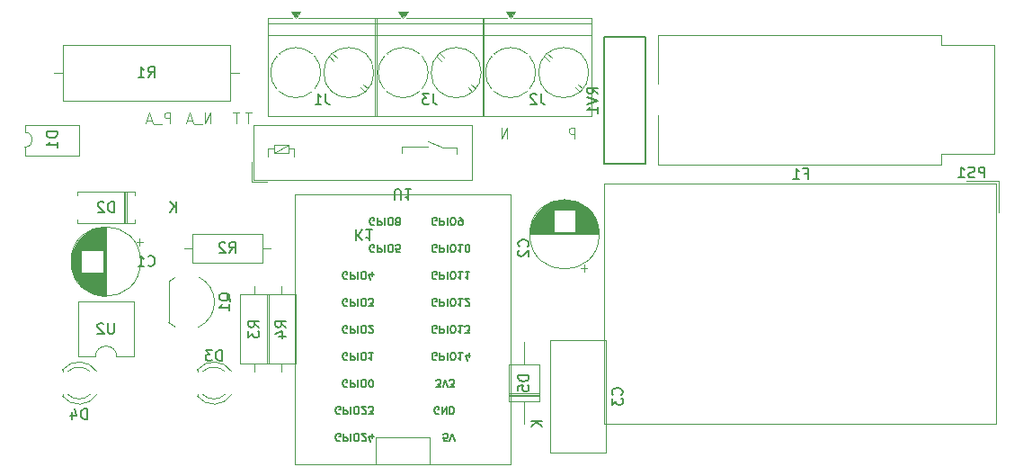
<source format=gbr>
%TF.GenerationSoftware,KiCad,Pcbnew,9.0.0*%
%TF.CreationDate,2025-03-10T22:05:16+01:00*%
%TF.ProjectId,BigBrother_Telerupteur,42696742-726f-4746-9865-725f54656c65,rev?*%
%TF.SameCoordinates,Original*%
%TF.FileFunction,Legend,Bot*%
%TF.FilePolarity,Positive*%
%FSLAX46Y46*%
G04 Gerber Fmt 4.6, Leading zero omitted, Abs format (unit mm)*
G04 Created by KiCad (PCBNEW 9.0.0) date 2025-03-10 22:05:16*
%MOMM*%
%LPD*%
G01*
G04 APERTURE LIST*
%ADD10C,0.100000*%
%ADD11C,0.150000*%
%ADD12C,0.120000*%
G04 APERTURE END LIST*
D10*
X206706115Y-83692419D02*
X206706115Y-82692419D01*
X206706115Y-82692419D02*
X206325163Y-82692419D01*
X206325163Y-82692419D02*
X206229925Y-82740038D01*
X206229925Y-82740038D02*
X206182306Y-82787657D01*
X206182306Y-82787657D02*
X206134687Y-82882895D01*
X206134687Y-82882895D02*
X206134687Y-83025752D01*
X206134687Y-83025752D02*
X206182306Y-83120990D01*
X206182306Y-83120990D02*
X206229925Y-83168609D01*
X206229925Y-83168609D02*
X206325163Y-83216228D01*
X206325163Y-83216228D02*
X206706115Y-83216228D01*
X172416115Y-82248619D02*
X172416115Y-81248619D01*
X172416115Y-81248619D02*
X171844687Y-82248619D01*
X171844687Y-82248619D02*
X171844687Y-81248619D01*
X171606592Y-82343857D02*
X170844687Y-82343857D01*
X170654210Y-81962904D02*
X170178020Y-81962904D01*
X170749448Y-82248619D02*
X170416115Y-81248619D01*
X170416115Y-81248619D02*
X170082782Y-82248619D01*
X200356115Y-83692419D02*
X200356115Y-82692419D01*
X200356115Y-82692419D02*
X199784687Y-83692419D01*
X199784687Y-83692419D02*
X199784687Y-82692419D01*
X168606115Y-82248619D02*
X168606115Y-81248619D01*
X168606115Y-81248619D02*
X168225163Y-81248619D01*
X168225163Y-81248619D02*
X168129925Y-81296238D01*
X168129925Y-81296238D02*
X168082306Y-81343857D01*
X168082306Y-81343857D02*
X168034687Y-81439095D01*
X168034687Y-81439095D02*
X168034687Y-81581952D01*
X168034687Y-81581952D02*
X168082306Y-81677190D01*
X168082306Y-81677190D02*
X168129925Y-81724809D01*
X168129925Y-81724809D02*
X168225163Y-81772428D01*
X168225163Y-81772428D02*
X168606115Y-81772428D01*
X167844211Y-82343857D02*
X167082306Y-82343857D01*
X166891829Y-81962904D02*
X166415639Y-81962904D01*
X166987067Y-82248619D02*
X166653734Y-81248619D01*
X166653734Y-81248619D02*
X166320401Y-82248619D01*
X175098972Y-81248619D02*
X174527544Y-81248619D01*
X174813258Y-82248619D02*
X174813258Y-81248619D01*
X176256472Y-81248619D02*
X175685044Y-81248619D01*
X175970758Y-82248619D02*
X175970758Y-81248619D01*
D11*
X245314285Y-87344819D02*
X245314285Y-86344819D01*
X245314285Y-86344819D02*
X244933333Y-86344819D01*
X244933333Y-86344819D02*
X244838095Y-86392438D01*
X244838095Y-86392438D02*
X244790476Y-86440057D01*
X244790476Y-86440057D02*
X244742857Y-86535295D01*
X244742857Y-86535295D02*
X244742857Y-86678152D01*
X244742857Y-86678152D02*
X244790476Y-86773390D01*
X244790476Y-86773390D02*
X244838095Y-86821009D01*
X244838095Y-86821009D02*
X244933333Y-86868628D01*
X244933333Y-86868628D02*
X245314285Y-86868628D01*
X244361904Y-87297200D02*
X244219047Y-87344819D01*
X244219047Y-87344819D02*
X243980952Y-87344819D01*
X243980952Y-87344819D02*
X243885714Y-87297200D01*
X243885714Y-87297200D02*
X243838095Y-87249580D01*
X243838095Y-87249580D02*
X243790476Y-87154342D01*
X243790476Y-87154342D02*
X243790476Y-87059104D01*
X243790476Y-87059104D02*
X243838095Y-86963866D01*
X243838095Y-86963866D02*
X243885714Y-86916247D01*
X243885714Y-86916247D02*
X243980952Y-86868628D01*
X243980952Y-86868628D02*
X244171428Y-86821009D01*
X244171428Y-86821009D02*
X244266666Y-86773390D01*
X244266666Y-86773390D02*
X244314285Y-86725771D01*
X244314285Y-86725771D02*
X244361904Y-86630533D01*
X244361904Y-86630533D02*
X244361904Y-86535295D01*
X244361904Y-86535295D02*
X244314285Y-86440057D01*
X244314285Y-86440057D02*
X244266666Y-86392438D01*
X244266666Y-86392438D02*
X244171428Y-86344819D01*
X244171428Y-86344819D02*
X243933333Y-86344819D01*
X243933333Y-86344819D02*
X243790476Y-86392438D01*
X242838095Y-87344819D02*
X243409523Y-87344819D01*
X243123809Y-87344819D02*
X243123809Y-86344819D01*
X243123809Y-86344819D02*
X243219047Y-86487676D01*
X243219047Y-86487676D02*
X243314285Y-86582914D01*
X243314285Y-86582914D02*
X243409523Y-86630533D01*
X228328333Y-86941009D02*
X228661666Y-86941009D01*
X228661666Y-87464819D02*
X228661666Y-86464819D01*
X228661666Y-86464819D02*
X228185476Y-86464819D01*
X227280714Y-87464819D02*
X227852142Y-87464819D01*
X227566428Y-87464819D02*
X227566428Y-86464819D01*
X227566428Y-86464819D02*
X227661666Y-86607676D01*
X227661666Y-86607676D02*
X227756904Y-86702914D01*
X227756904Y-86702914D02*
X227852142Y-86750533D01*
X174156666Y-94434819D02*
X174489999Y-93958628D01*
X174728094Y-94434819D02*
X174728094Y-93434819D01*
X174728094Y-93434819D02*
X174347142Y-93434819D01*
X174347142Y-93434819D02*
X174251904Y-93482438D01*
X174251904Y-93482438D02*
X174204285Y-93530057D01*
X174204285Y-93530057D02*
X174156666Y-93625295D01*
X174156666Y-93625295D02*
X174156666Y-93768152D01*
X174156666Y-93768152D02*
X174204285Y-93863390D01*
X174204285Y-93863390D02*
X174251904Y-93911009D01*
X174251904Y-93911009D02*
X174347142Y-93958628D01*
X174347142Y-93958628D02*
X174728094Y-93958628D01*
X173775713Y-93530057D02*
X173728094Y-93482438D01*
X173728094Y-93482438D02*
X173632856Y-93434819D01*
X173632856Y-93434819D02*
X173394761Y-93434819D01*
X173394761Y-93434819D02*
X173299523Y-93482438D01*
X173299523Y-93482438D02*
X173251904Y-93530057D01*
X173251904Y-93530057D02*
X173204285Y-93625295D01*
X173204285Y-93625295D02*
X173204285Y-93720533D01*
X173204285Y-93720533D02*
X173251904Y-93863390D01*
X173251904Y-93863390D02*
X173823332Y-94434819D01*
X173823332Y-94434819D02*
X173204285Y-94434819D01*
X193373333Y-79464819D02*
X193373333Y-80179104D01*
X193373333Y-80179104D02*
X193420952Y-80321961D01*
X193420952Y-80321961D02*
X193516190Y-80417200D01*
X193516190Y-80417200D02*
X193659047Y-80464819D01*
X193659047Y-80464819D02*
X193754285Y-80464819D01*
X192992380Y-79464819D02*
X192373333Y-79464819D01*
X192373333Y-79464819D02*
X192706666Y-79845771D01*
X192706666Y-79845771D02*
X192563809Y-79845771D01*
X192563809Y-79845771D02*
X192468571Y-79893390D01*
X192468571Y-79893390D02*
X192420952Y-79941009D01*
X192420952Y-79941009D02*
X192373333Y-80036247D01*
X192373333Y-80036247D02*
X192373333Y-80274342D01*
X192373333Y-80274342D02*
X192420952Y-80369580D01*
X192420952Y-80369580D02*
X192468571Y-80417200D01*
X192468571Y-80417200D02*
X192563809Y-80464819D01*
X192563809Y-80464819D02*
X192849523Y-80464819D01*
X192849523Y-80464819D02*
X192944761Y-80417200D01*
X192944761Y-80417200D02*
X192992380Y-80369580D01*
X163298094Y-90624819D02*
X163298094Y-89624819D01*
X163298094Y-89624819D02*
X163059999Y-89624819D01*
X163059999Y-89624819D02*
X162917142Y-89672438D01*
X162917142Y-89672438D02*
X162821904Y-89767676D01*
X162821904Y-89767676D02*
X162774285Y-89862914D01*
X162774285Y-89862914D02*
X162726666Y-90053390D01*
X162726666Y-90053390D02*
X162726666Y-90196247D01*
X162726666Y-90196247D02*
X162774285Y-90386723D01*
X162774285Y-90386723D02*
X162821904Y-90481961D01*
X162821904Y-90481961D02*
X162917142Y-90577200D01*
X162917142Y-90577200D02*
X163059999Y-90624819D01*
X163059999Y-90624819D02*
X163298094Y-90624819D01*
X162345713Y-89720057D02*
X162298094Y-89672438D01*
X162298094Y-89672438D02*
X162202856Y-89624819D01*
X162202856Y-89624819D02*
X161964761Y-89624819D01*
X161964761Y-89624819D02*
X161869523Y-89672438D01*
X161869523Y-89672438D02*
X161821904Y-89720057D01*
X161821904Y-89720057D02*
X161774285Y-89815295D01*
X161774285Y-89815295D02*
X161774285Y-89910533D01*
X161774285Y-89910533D02*
X161821904Y-90053390D01*
X161821904Y-90053390D02*
X162393332Y-90624819D01*
X162393332Y-90624819D02*
X161774285Y-90624819D01*
X169171904Y-90624819D02*
X169171904Y-89624819D01*
X168600476Y-90624819D02*
X169029047Y-90053390D01*
X168600476Y-89624819D02*
X169171904Y-90196247D01*
X203533333Y-79464819D02*
X203533333Y-80179104D01*
X203533333Y-80179104D02*
X203580952Y-80321961D01*
X203580952Y-80321961D02*
X203676190Y-80417200D01*
X203676190Y-80417200D02*
X203819047Y-80464819D01*
X203819047Y-80464819D02*
X203914285Y-80464819D01*
X203104761Y-79560057D02*
X203057142Y-79512438D01*
X203057142Y-79512438D02*
X202961904Y-79464819D01*
X202961904Y-79464819D02*
X202723809Y-79464819D01*
X202723809Y-79464819D02*
X202628571Y-79512438D01*
X202628571Y-79512438D02*
X202580952Y-79560057D01*
X202580952Y-79560057D02*
X202533333Y-79655295D01*
X202533333Y-79655295D02*
X202533333Y-79750533D01*
X202533333Y-79750533D02*
X202580952Y-79893390D01*
X202580952Y-79893390D02*
X203152380Y-80464819D01*
X203152380Y-80464819D02*
X202533333Y-80464819D01*
X157954819Y-83041905D02*
X156954819Y-83041905D01*
X156954819Y-83041905D02*
X156954819Y-83280000D01*
X156954819Y-83280000D02*
X157002438Y-83422857D01*
X157002438Y-83422857D02*
X157097676Y-83518095D01*
X157097676Y-83518095D02*
X157192914Y-83565714D01*
X157192914Y-83565714D02*
X157383390Y-83613333D01*
X157383390Y-83613333D02*
X157526247Y-83613333D01*
X157526247Y-83613333D02*
X157716723Y-83565714D01*
X157716723Y-83565714D02*
X157811961Y-83518095D01*
X157811961Y-83518095D02*
X157907200Y-83422857D01*
X157907200Y-83422857D02*
X157954819Y-83280000D01*
X157954819Y-83280000D02*
X157954819Y-83041905D01*
X157954819Y-84565714D02*
X157954819Y-83994286D01*
X157954819Y-84280000D02*
X156954819Y-84280000D01*
X156954819Y-84280000D02*
X157097676Y-84184762D01*
X157097676Y-84184762D02*
X157192914Y-84089524D01*
X157192914Y-84089524D02*
X157240533Y-83994286D01*
X183253333Y-79464819D02*
X183253333Y-80179104D01*
X183253333Y-80179104D02*
X183300952Y-80321961D01*
X183300952Y-80321961D02*
X183396190Y-80417200D01*
X183396190Y-80417200D02*
X183539047Y-80464819D01*
X183539047Y-80464819D02*
X183634285Y-80464819D01*
X182253333Y-80464819D02*
X182824761Y-80464819D01*
X182539047Y-80464819D02*
X182539047Y-79464819D01*
X182539047Y-79464819D02*
X182634285Y-79607676D01*
X182634285Y-79607676D02*
X182729523Y-79702914D01*
X182729523Y-79702914D02*
X182824761Y-79750533D01*
X189738095Y-89445180D02*
X189738095Y-88635657D01*
X189738095Y-88635657D02*
X189785714Y-88540419D01*
X189785714Y-88540419D02*
X189833333Y-88492800D01*
X189833333Y-88492800D02*
X189928571Y-88445180D01*
X189928571Y-88445180D02*
X190119047Y-88445180D01*
X190119047Y-88445180D02*
X190214285Y-88492800D01*
X190214285Y-88492800D02*
X190261904Y-88540419D01*
X190261904Y-88540419D02*
X190309523Y-88635657D01*
X190309523Y-88635657D02*
X190309523Y-89445180D01*
X191309523Y-88445180D02*
X190738095Y-88445180D01*
X191023809Y-88445180D02*
X191023809Y-89445180D01*
X191023809Y-89445180D02*
X190928571Y-89302323D01*
X190928571Y-89302323D02*
X190833333Y-89207085D01*
X190833333Y-89207085D02*
X190738095Y-89159466D01*
X193672017Y-94330633D02*
X193605350Y-94363966D01*
X193605350Y-94363966D02*
X193505350Y-94363966D01*
X193505350Y-94363966D02*
X193405350Y-94330633D01*
X193405350Y-94330633D02*
X193338684Y-94263966D01*
X193338684Y-94263966D02*
X193305350Y-94197300D01*
X193305350Y-94197300D02*
X193272017Y-94063966D01*
X193272017Y-94063966D02*
X193272017Y-93963966D01*
X193272017Y-93963966D02*
X193305350Y-93830633D01*
X193305350Y-93830633D02*
X193338684Y-93763966D01*
X193338684Y-93763966D02*
X193405350Y-93697300D01*
X193405350Y-93697300D02*
X193505350Y-93663966D01*
X193505350Y-93663966D02*
X193572017Y-93663966D01*
X193572017Y-93663966D02*
X193672017Y-93697300D01*
X193672017Y-93697300D02*
X193705350Y-93730633D01*
X193705350Y-93730633D02*
X193705350Y-93963966D01*
X193705350Y-93963966D02*
X193572017Y-93963966D01*
X194005350Y-93663966D02*
X194005350Y-94363966D01*
X194005350Y-94363966D02*
X194272017Y-94363966D01*
X194272017Y-94363966D02*
X194338684Y-94330633D01*
X194338684Y-94330633D02*
X194372017Y-94297300D01*
X194372017Y-94297300D02*
X194405350Y-94230633D01*
X194405350Y-94230633D02*
X194405350Y-94130633D01*
X194405350Y-94130633D02*
X194372017Y-94063966D01*
X194372017Y-94063966D02*
X194338684Y-94030633D01*
X194338684Y-94030633D02*
X194272017Y-93997300D01*
X194272017Y-93997300D02*
X194005350Y-93997300D01*
X194705350Y-93663966D02*
X194705350Y-94363966D01*
X195172017Y-94363966D02*
X195305350Y-94363966D01*
X195305350Y-94363966D02*
X195372017Y-94330633D01*
X195372017Y-94330633D02*
X195438683Y-94263966D01*
X195438683Y-94263966D02*
X195472017Y-94130633D01*
X195472017Y-94130633D02*
X195472017Y-93897300D01*
X195472017Y-93897300D02*
X195438683Y-93763966D01*
X195438683Y-93763966D02*
X195372017Y-93697300D01*
X195372017Y-93697300D02*
X195305350Y-93663966D01*
X195305350Y-93663966D02*
X195172017Y-93663966D01*
X195172017Y-93663966D02*
X195105350Y-93697300D01*
X195105350Y-93697300D02*
X195038683Y-93763966D01*
X195038683Y-93763966D02*
X195005350Y-93897300D01*
X195005350Y-93897300D02*
X195005350Y-94130633D01*
X195005350Y-94130633D02*
X195038683Y-94263966D01*
X195038683Y-94263966D02*
X195105350Y-94330633D01*
X195105350Y-94330633D02*
X195172017Y-94363966D01*
X196138683Y-93663966D02*
X195738683Y-93663966D01*
X195938683Y-93663966D02*
X195938683Y-94363966D01*
X195938683Y-94363966D02*
X195872016Y-94263966D01*
X195872016Y-94263966D02*
X195805350Y-94197300D01*
X195805350Y-94197300D02*
X195738683Y-94163966D01*
X196572017Y-94363966D02*
X196638683Y-94363966D01*
X196638683Y-94363966D02*
X196705350Y-94330633D01*
X196705350Y-94330633D02*
X196738683Y-94297300D01*
X196738683Y-94297300D02*
X196772017Y-94230633D01*
X196772017Y-94230633D02*
X196805350Y-94097300D01*
X196805350Y-94097300D02*
X196805350Y-93930633D01*
X196805350Y-93930633D02*
X196772017Y-93797300D01*
X196772017Y-93797300D02*
X196738683Y-93730633D01*
X196738683Y-93730633D02*
X196705350Y-93697300D01*
X196705350Y-93697300D02*
X196638683Y-93663966D01*
X196638683Y-93663966D02*
X196572017Y-93663966D01*
X196572017Y-93663966D02*
X196505350Y-93697300D01*
X196505350Y-93697300D02*
X196472017Y-93730633D01*
X196472017Y-93730633D02*
X196438683Y-93797300D01*
X196438683Y-93797300D02*
X196405350Y-93930633D01*
X196405350Y-93930633D02*
X196405350Y-94097300D01*
X196405350Y-94097300D02*
X196438683Y-94230633D01*
X196438683Y-94230633D02*
X196472017Y-94297300D01*
X196472017Y-94297300D02*
X196505350Y-94330633D01*
X196505350Y-94330633D02*
X196572017Y-94363966D01*
X194714649Y-112143966D02*
X194381315Y-112143966D01*
X194381315Y-112143966D02*
X194347982Y-111810633D01*
X194347982Y-111810633D02*
X194381315Y-111843966D01*
X194381315Y-111843966D02*
X194447982Y-111877300D01*
X194447982Y-111877300D02*
X194614649Y-111877300D01*
X194614649Y-111877300D02*
X194681315Y-111843966D01*
X194681315Y-111843966D02*
X194714649Y-111810633D01*
X194714649Y-111810633D02*
X194747982Y-111743966D01*
X194747982Y-111743966D02*
X194747982Y-111577300D01*
X194747982Y-111577300D02*
X194714649Y-111510633D01*
X194714649Y-111510633D02*
X194681315Y-111477300D01*
X194681315Y-111477300D02*
X194614649Y-111443966D01*
X194614649Y-111443966D02*
X194447982Y-111443966D01*
X194447982Y-111443966D02*
X194381315Y-111477300D01*
X194381315Y-111477300D02*
X194347982Y-111510633D01*
X194947982Y-112143966D02*
X195181316Y-111443966D01*
X195181316Y-111443966D02*
X195414649Y-112143966D01*
X185261316Y-101950633D02*
X185194649Y-101983966D01*
X185194649Y-101983966D02*
X185094649Y-101983966D01*
X185094649Y-101983966D02*
X184994649Y-101950633D01*
X184994649Y-101950633D02*
X184927983Y-101883966D01*
X184927983Y-101883966D02*
X184894649Y-101817300D01*
X184894649Y-101817300D02*
X184861316Y-101683966D01*
X184861316Y-101683966D02*
X184861316Y-101583966D01*
X184861316Y-101583966D02*
X184894649Y-101450633D01*
X184894649Y-101450633D02*
X184927983Y-101383966D01*
X184927983Y-101383966D02*
X184994649Y-101317300D01*
X184994649Y-101317300D02*
X185094649Y-101283966D01*
X185094649Y-101283966D02*
X185161316Y-101283966D01*
X185161316Y-101283966D02*
X185261316Y-101317300D01*
X185261316Y-101317300D02*
X185294649Y-101350633D01*
X185294649Y-101350633D02*
X185294649Y-101583966D01*
X185294649Y-101583966D02*
X185161316Y-101583966D01*
X185594649Y-101283966D02*
X185594649Y-101983966D01*
X185594649Y-101983966D02*
X185861316Y-101983966D01*
X185861316Y-101983966D02*
X185927983Y-101950633D01*
X185927983Y-101950633D02*
X185961316Y-101917300D01*
X185961316Y-101917300D02*
X185994649Y-101850633D01*
X185994649Y-101850633D02*
X185994649Y-101750633D01*
X185994649Y-101750633D02*
X185961316Y-101683966D01*
X185961316Y-101683966D02*
X185927983Y-101650633D01*
X185927983Y-101650633D02*
X185861316Y-101617300D01*
X185861316Y-101617300D02*
X185594649Y-101617300D01*
X186294649Y-101283966D02*
X186294649Y-101983966D01*
X186761316Y-101983966D02*
X186894649Y-101983966D01*
X186894649Y-101983966D02*
X186961316Y-101950633D01*
X186961316Y-101950633D02*
X187027982Y-101883966D01*
X187027982Y-101883966D02*
X187061316Y-101750633D01*
X187061316Y-101750633D02*
X187061316Y-101517300D01*
X187061316Y-101517300D02*
X187027982Y-101383966D01*
X187027982Y-101383966D02*
X186961316Y-101317300D01*
X186961316Y-101317300D02*
X186894649Y-101283966D01*
X186894649Y-101283966D02*
X186761316Y-101283966D01*
X186761316Y-101283966D02*
X186694649Y-101317300D01*
X186694649Y-101317300D02*
X186627982Y-101383966D01*
X186627982Y-101383966D02*
X186594649Y-101517300D01*
X186594649Y-101517300D02*
X186594649Y-101750633D01*
X186594649Y-101750633D02*
X186627982Y-101883966D01*
X186627982Y-101883966D02*
X186694649Y-101950633D01*
X186694649Y-101950633D02*
X186761316Y-101983966D01*
X187327982Y-101917300D02*
X187361315Y-101950633D01*
X187361315Y-101950633D02*
X187427982Y-101983966D01*
X187427982Y-101983966D02*
X187594649Y-101983966D01*
X187594649Y-101983966D02*
X187661315Y-101950633D01*
X187661315Y-101950633D02*
X187694649Y-101917300D01*
X187694649Y-101917300D02*
X187727982Y-101850633D01*
X187727982Y-101850633D02*
X187727982Y-101783966D01*
X187727982Y-101783966D02*
X187694649Y-101683966D01*
X187694649Y-101683966D02*
X187294649Y-101283966D01*
X187294649Y-101283966D02*
X187727982Y-101283966D01*
X193672017Y-91790633D02*
X193605350Y-91823966D01*
X193605350Y-91823966D02*
X193505350Y-91823966D01*
X193505350Y-91823966D02*
X193405350Y-91790633D01*
X193405350Y-91790633D02*
X193338684Y-91723966D01*
X193338684Y-91723966D02*
X193305350Y-91657300D01*
X193305350Y-91657300D02*
X193272017Y-91523966D01*
X193272017Y-91523966D02*
X193272017Y-91423966D01*
X193272017Y-91423966D02*
X193305350Y-91290633D01*
X193305350Y-91290633D02*
X193338684Y-91223966D01*
X193338684Y-91223966D02*
X193405350Y-91157300D01*
X193405350Y-91157300D02*
X193505350Y-91123966D01*
X193505350Y-91123966D02*
X193572017Y-91123966D01*
X193572017Y-91123966D02*
X193672017Y-91157300D01*
X193672017Y-91157300D02*
X193705350Y-91190633D01*
X193705350Y-91190633D02*
X193705350Y-91423966D01*
X193705350Y-91423966D02*
X193572017Y-91423966D01*
X194005350Y-91123966D02*
X194005350Y-91823966D01*
X194005350Y-91823966D02*
X194272017Y-91823966D01*
X194272017Y-91823966D02*
X194338684Y-91790633D01*
X194338684Y-91790633D02*
X194372017Y-91757300D01*
X194372017Y-91757300D02*
X194405350Y-91690633D01*
X194405350Y-91690633D02*
X194405350Y-91590633D01*
X194405350Y-91590633D02*
X194372017Y-91523966D01*
X194372017Y-91523966D02*
X194338684Y-91490633D01*
X194338684Y-91490633D02*
X194272017Y-91457300D01*
X194272017Y-91457300D02*
X194005350Y-91457300D01*
X194705350Y-91123966D02*
X194705350Y-91823966D01*
X195172017Y-91823966D02*
X195305350Y-91823966D01*
X195305350Y-91823966D02*
X195372017Y-91790633D01*
X195372017Y-91790633D02*
X195438683Y-91723966D01*
X195438683Y-91723966D02*
X195472017Y-91590633D01*
X195472017Y-91590633D02*
X195472017Y-91357300D01*
X195472017Y-91357300D02*
X195438683Y-91223966D01*
X195438683Y-91223966D02*
X195372017Y-91157300D01*
X195372017Y-91157300D02*
X195305350Y-91123966D01*
X195305350Y-91123966D02*
X195172017Y-91123966D01*
X195172017Y-91123966D02*
X195105350Y-91157300D01*
X195105350Y-91157300D02*
X195038683Y-91223966D01*
X195038683Y-91223966D02*
X195005350Y-91357300D01*
X195005350Y-91357300D02*
X195005350Y-91590633D01*
X195005350Y-91590633D02*
X195038683Y-91723966D01*
X195038683Y-91723966D02*
X195105350Y-91790633D01*
X195105350Y-91790633D02*
X195172017Y-91823966D01*
X195805350Y-91123966D02*
X195938683Y-91123966D01*
X195938683Y-91123966D02*
X196005350Y-91157300D01*
X196005350Y-91157300D02*
X196038683Y-91190633D01*
X196038683Y-91190633D02*
X196105350Y-91290633D01*
X196105350Y-91290633D02*
X196138683Y-91423966D01*
X196138683Y-91423966D02*
X196138683Y-91690633D01*
X196138683Y-91690633D02*
X196105350Y-91757300D01*
X196105350Y-91757300D02*
X196072016Y-91790633D01*
X196072016Y-91790633D02*
X196005350Y-91823966D01*
X196005350Y-91823966D02*
X195872016Y-91823966D01*
X195872016Y-91823966D02*
X195805350Y-91790633D01*
X195805350Y-91790633D02*
X195772016Y-91757300D01*
X195772016Y-91757300D02*
X195738683Y-91690633D01*
X195738683Y-91690633D02*
X195738683Y-91523966D01*
X195738683Y-91523966D02*
X195772016Y-91457300D01*
X195772016Y-91457300D02*
X195805350Y-91423966D01*
X195805350Y-91423966D02*
X195872016Y-91390633D01*
X195872016Y-91390633D02*
X196005350Y-91390633D01*
X196005350Y-91390633D02*
X196072016Y-91423966D01*
X196072016Y-91423966D02*
X196105350Y-91457300D01*
X196105350Y-91457300D02*
X196138683Y-91523966D01*
X185261316Y-107030633D02*
X185194649Y-107063966D01*
X185194649Y-107063966D02*
X185094649Y-107063966D01*
X185094649Y-107063966D02*
X184994649Y-107030633D01*
X184994649Y-107030633D02*
X184927983Y-106963966D01*
X184927983Y-106963966D02*
X184894649Y-106897300D01*
X184894649Y-106897300D02*
X184861316Y-106763966D01*
X184861316Y-106763966D02*
X184861316Y-106663966D01*
X184861316Y-106663966D02*
X184894649Y-106530633D01*
X184894649Y-106530633D02*
X184927983Y-106463966D01*
X184927983Y-106463966D02*
X184994649Y-106397300D01*
X184994649Y-106397300D02*
X185094649Y-106363966D01*
X185094649Y-106363966D02*
X185161316Y-106363966D01*
X185161316Y-106363966D02*
X185261316Y-106397300D01*
X185261316Y-106397300D02*
X185294649Y-106430633D01*
X185294649Y-106430633D02*
X185294649Y-106663966D01*
X185294649Y-106663966D02*
X185161316Y-106663966D01*
X185594649Y-106363966D02*
X185594649Y-107063966D01*
X185594649Y-107063966D02*
X185861316Y-107063966D01*
X185861316Y-107063966D02*
X185927983Y-107030633D01*
X185927983Y-107030633D02*
X185961316Y-106997300D01*
X185961316Y-106997300D02*
X185994649Y-106930633D01*
X185994649Y-106930633D02*
X185994649Y-106830633D01*
X185994649Y-106830633D02*
X185961316Y-106763966D01*
X185961316Y-106763966D02*
X185927983Y-106730633D01*
X185927983Y-106730633D02*
X185861316Y-106697300D01*
X185861316Y-106697300D02*
X185594649Y-106697300D01*
X186294649Y-106363966D02*
X186294649Y-107063966D01*
X186761316Y-107063966D02*
X186894649Y-107063966D01*
X186894649Y-107063966D02*
X186961316Y-107030633D01*
X186961316Y-107030633D02*
X187027982Y-106963966D01*
X187027982Y-106963966D02*
X187061316Y-106830633D01*
X187061316Y-106830633D02*
X187061316Y-106597300D01*
X187061316Y-106597300D02*
X187027982Y-106463966D01*
X187027982Y-106463966D02*
X186961316Y-106397300D01*
X186961316Y-106397300D02*
X186894649Y-106363966D01*
X186894649Y-106363966D02*
X186761316Y-106363966D01*
X186761316Y-106363966D02*
X186694649Y-106397300D01*
X186694649Y-106397300D02*
X186627982Y-106463966D01*
X186627982Y-106463966D02*
X186594649Y-106597300D01*
X186594649Y-106597300D02*
X186594649Y-106830633D01*
X186594649Y-106830633D02*
X186627982Y-106963966D01*
X186627982Y-106963966D02*
X186694649Y-107030633D01*
X186694649Y-107030633D02*
X186761316Y-107063966D01*
X187494649Y-107063966D02*
X187561315Y-107063966D01*
X187561315Y-107063966D02*
X187627982Y-107030633D01*
X187627982Y-107030633D02*
X187661315Y-106997300D01*
X187661315Y-106997300D02*
X187694649Y-106930633D01*
X187694649Y-106930633D02*
X187727982Y-106797300D01*
X187727982Y-106797300D02*
X187727982Y-106630633D01*
X187727982Y-106630633D02*
X187694649Y-106497300D01*
X187694649Y-106497300D02*
X187661315Y-106430633D01*
X187661315Y-106430633D02*
X187627982Y-106397300D01*
X187627982Y-106397300D02*
X187561315Y-106363966D01*
X187561315Y-106363966D02*
X187494649Y-106363966D01*
X187494649Y-106363966D02*
X187427982Y-106397300D01*
X187427982Y-106397300D02*
X187394649Y-106430633D01*
X187394649Y-106430633D02*
X187361315Y-106497300D01*
X187361315Y-106497300D02*
X187327982Y-106630633D01*
X187327982Y-106630633D02*
X187327982Y-106797300D01*
X187327982Y-106797300D02*
X187361315Y-106930633D01*
X187361315Y-106930633D02*
X187394649Y-106997300D01*
X187394649Y-106997300D02*
X187427982Y-107030633D01*
X187427982Y-107030633D02*
X187494649Y-107063966D01*
X193672017Y-99410633D02*
X193605350Y-99443966D01*
X193605350Y-99443966D02*
X193505350Y-99443966D01*
X193505350Y-99443966D02*
X193405350Y-99410633D01*
X193405350Y-99410633D02*
X193338684Y-99343966D01*
X193338684Y-99343966D02*
X193305350Y-99277300D01*
X193305350Y-99277300D02*
X193272017Y-99143966D01*
X193272017Y-99143966D02*
X193272017Y-99043966D01*
X193272017Y-99043966D02*
X193305350Y-98910633D01*
X193305350Y-98910633D02*
X193338684Y-98843966D01*
X193338684Y-98843966D02*
X193405350Y-98777300D01*
X193405350Y-98777300D02*
X193505350Y-98743966D01*
X193505350Y-98743966D02*
X193572017Y-98743966D01*
X193572017Y-98743966D02*
X193672017Y-98777300D01*
X193672017Y-98777300D02*
X193705350Y-98810633D01*
X193705350Y-98810633D02*
X193705350Y-99043966D01*
X193705350Y-99043966D02*
X193572017Y-99043966D01*
X194005350Y-98743966D02*
X194005350Y-99443966D01*
X194005350Y-99443966D02*
X194272017Y-99443966D01*
X194272017Y-99443966D02*
X194338684Y-99410633D01*
X194338684Y-99410633D02*
X194372017Y-99377300D01*
X194372017Y-99377300D02*
X194405350Y-99310633D01*
X194405350Y-99310633D02*
X194405350Y-99210633D01*
X194405350Y-99210633D02*
X194372017Y-99143966D01*
X194372017Y-99143966D02*
X194338684Y-99110633D01*
X194338684Y-99110633D02*
X194272017Y-99077300D01*
X194272017Y-99077300D02*
X194005350Y-99077300D01*
X194705350Y-98743966D02*
X194705350Y-99443966D01*
X195172017Y-99443966D02*
X195305350Y-99443966D01*
X195305350Y-99443966D02*
X195372017Y-99410633D01*
X195372017Y-99410633D02*
X195438683Y-99343966D01*
X195438683Y-99343966D02*
X195472017Y-99210633D01*
X195472017Y-99210633D02*
X195472017Y-98977300D01*
X195472017Y-98977300D02*
X195438683Y-98843966D01*
X195438683Y-98843966D02*
X195372017Y-98777300D01*
X195372017Y-98777300D02*
X195305350Y-98743966D01*
X195305350Y-98743966D02*
X195172017Y-98743966D01*
X195172017Y-98743966D02*
X195105350Y-98777300D01*
X195105350Y-98777300D02*
X195038683Y-98843966D01*
X195038683Y-98843966D02*
X195005350Y-98977300D01*
X195005350Y-98977300D02*
X195005350Y-99210633D01*
X195005350Y-99210633D02*
X195038683Y-99343966D01*
X195038683Y-99343966D02*
X195105350Y-99410633D01*
X195105350Y-99410633D02*
X195172017Y-99443966D01*
X196138683Y-98743966D02*
X195738683Y-98743966D01*
X195938683Y-98743966D02*
X195938683Y-99443966D01*
X195938683Y-99443966D02*
X195872016Y-99343966D01*
X195872016Y-99343966D02*
X195805350Y-99277300D01*
X195805350Y-99277300D02*
X195738683Y-99243966D01*
X196405350Y-99377300D02*
X196438683Y-99410633D01*
X196438683Y-99410633D02*
X196505350Y-99443966D01*
X196505350Y-99443966D02*
X196672017Y-99443966D01*
X196672017Y-99443966D02*
X196738683Y-99410633D01*
X196738683Y-99410633D02*
X196772017Y-99377300D01*
X196772017Y-99377300D02*
X196805350Y-99310633D01*
X196805350Y-99310633D02*
X196805350Y-99243966D01*
X196805350Y-99243966D02*
X196772017Y-99143966D01*
X196772017Y-99143966D02*
X196372017Y-98743966D01*
X196372017Y-98743966D02*
X196805350Y-98743966D01*
X184594649Y-109570633D02*
X184527982Y-109603966D01*
X184527982Y-109603966D02*
X184427982Y-109603966D01*
X184427982Y-109603966D02*
X184327982Y-109570633D01*
X184327982Y-109570633D02*
X184261316Y-109503966D01*
X184261316Y-109503966D02*
X184227982Y-109437300D01*
X184227982Y-109437300D02*
X184194649Y-109303966D01*
X184194649Y-109303966D02*
X184194649Y-109203966D01*
X184194649Y-109203966D02*
X184227982Y-109070633D01*
X184227982Y-109070633D02*
X184261316Y-109003966D01*
X184261316Y-109003966D02*
X184327982Y-108937300D01*
X184327982Y-108937300D02*
X184427982Y-108903966D01*
X184427982Y-108903966D02*
X184494649Y-108903966D01*
X184494649Y-108903966D02*
X184594649Y-108937300D01*
X184594649Y-108937300D02*
X184627982Y-108970633D01*
X184627982Y-108970633D02*
X184627982Y-109203966D01*
X184627982Y-109203966D02*
X184494649Y-109203966D01*
X184927982Y-108903966D02*
X184927982Y-109603966D01*
X184927982Y-109603966D02*
X185194649Y-109603966D01*
X185194649Y-109603966D02*
X185261316Y-109570633D01*
X185261316Y-109570633D02*
X185294649Y-109537300D01*
X185294649Y-109537300D02*
X185327982Y-109470633D01*
X185327982Y-109470633D02*
X185327982Y-109370633D01*
X185327982Y-109370633D02*
X185294649Y-109303966D01*
X185294649Y-109303966D02*
X185261316Y-109270633D01*
X185261316Y-109270633D02*
X185194649Y-109237300D01*
X185194649Y-109237300D02*
X184927982Y-109237300D01*
X185627982Y-108903966D02*
X185627982Y-109603966D01*
X186094649Y-109603966D02*
X186227982Y-109603966D01*
X186227982Y-109603966D02*
X186294649Y-109570633D01*
X186294649Y-109570633D02*
X186361315Y-109503966D01*
X186361315Y-109503966D02*
X186394649Y-109370633D01*
X186394649Y-109370633D02*
X186394649Y-109137300D01*
X186394649Y-109137300D02*
X186361315Y-109003966D01*
X186361315Y-109003966D02*
X186294649Y-108937300D01*
X186294649Y-108937300D02*
X186227982Y-108903966D01*
X186227982Y-108903966D02*
X186094649Y-108903966D01*
X186094649Y-108903966D02*
X186027982Y-108937300D01*
X186027982Y-108937300D02*
X185961315Y-109003966D01*
X185961315Y-109003966D02*
X185927982Y-109137300D01*
X185927982Y-109137300D02*
X185927982Y-109370633D01*
X185927982Y-109370633D02*
X185961315Y-109503966D01*
X185961315Y-109503966D02*
X186027982Y-109570633D01*
X186027982Y-109570633D02*
X186094649Y-109603966D01*
X186661315Y-109537300D02*
X186694648Y-109570633D01*
X186694648Y-109570633D02*
X186761315Y-109603966D01*
X186761315Y-109603966D02*
X186927982Y-109603966D01*
X186927982Y-109603966D02*
X186994648Y-109570633D01*
X186994648Y-109570633D02*
X187027982Y-109537300D01*
X187027982Y-109537300D02*
X187061315Y-109470633D01*
X187061315Y-109470633D02*
X187061315Y-109403966D01*
X187061315Y-109403966D02*
X187027982Y-109303966D01*
X187027982Y-109303966D02*
X186627982Y-108903966D01*
X186627982Y-108903966D02*
X187061315Y-108903966D01*
X187294649Y-109603966D02*
X187727982Y-109603966D01*
X187727982Y-109603966D02*
X187494649Y-109337300D01*
X187494649Y-109337300D02*
X187594649Y-109337300D01*
X187594649Y-109337300D02*
X187661315Y-109303966D01*
X187661315Y-109303966D02*
X187694649Y-109270633D01*
X187694649Y-109270633D02*
X187727982Y-109203966D01*
X187727982Y-109203966D02*
X187727982Y-109037300D01*
X187727982Y-109037300D02*
X187694649Y-108970633D01*
X187694649Y-108970633D02*
X187661315Y-108937300D01*
X187661315Y-108937300D02*
X187594649Y-108903966D01*
X187594649Y-108903966D02*
X187394649Y-108903966D01*
X187394649Y-108903966D02*
X187327982Y-108937300D01*
X187327982Y-108937300D02*
X187294649Y-108970633D01*
X185261316Y-99410633D02*
X185194649Y-99443966D01*
X185194649Y-99443966D02*
X185094649Y-99443966D01*
X185094649Y-99443966D02*
X184994649Y-99410633D01*
X184994649Y-99410633D02*
X184927983Y-99343966D01*
X184927983Y-99343966D02*
X184894649Y-99277300D01*
X184894649Y-99277300D02*
X184861316Y-99143966D01*
X184861316Y-99143966D02*
X184861316Y-99043966D01*
X184861316Y-99043966D02*
X184894649Y-98910633D01*
X184894649Y-98910633D02*
X184927983Y-98843966D01*
X184927983Y-98843966D02*
X184994649Y-98777300D01*
X184994649Y-98777300D02*
X185094649Y-98743966D01*
X185094649Y-98743966D02*
X185161316Y-98743966D01*
X185161316Y-98743966D02*
X185261316Y-98777300D01*
X185261316Y-98777300D02*
X185294649Y-98810633D01*
X185294649Y-98810633D02*
X185294649Y-99043966D01*
X185294649Y-99043966D02*
X185161316Y-99043966D01*
X185594649Y-98743966D02*
X185594649Y-99443966D01*
X185594649Y-99443966D02*
X185861316Y-99443966D01*
X185861316Y-99443966D02*
X185927983Y-99410633D01*
X185927983Y-99410633D02*
X185961316Y-99377300D01*
X185961316Y-99377300D02*
X185994649Y-99310633D01*
X185994649Y-99310633D02*
X185994649Y-99210633D01*
X185994649Y-99210633D02*
X185961316Y-99143966D01*
X185961316Y-99143966D02*
X185927983Y-99110633D01*
X185927983Y-99110633D02*
X185861316Y-99077300D01*
X185861316Y-99077300D02*
X185594649Y-99077300D01*
X186294649Y-98743966D02*
X186294649Y-99443966D01*
X186761316Y-99443966D02*
X186894649Y-99443966D01*
X186894649Y-99443966D02*
X186961316Y-99410633D01*
X186961316Y-99410633D02*
X187027982Y-99343966D01*
X187027982Y-99343966D02*
X187061316Y-99210633D01*
X187061316Y-99210633D02*
X187061316Y-98977300D01*
X187061316Y-98977300D02*
X187027982Y-98843966D01*
X187027982Y-98843966D02*
X186961316Y-98777300D01*
X186961316Y-98777300D02*
X186894649Y-98743966D01*
X186894649Y-98743966D02*
X186761316Y-98743966D01*
X186761316Y-98743966D02*
X186694649Y-98777300D01*
X186694649Y-98777300D02*
X186627982Y-98843966D01*
X186627982Y-98843966D02*
X186594649Y-98977300D01*
X186594649Y-98977300D02*
X186594649Y-99210633D01*
X186594649Y-99210633D02*
X186627982Y-99343966D01*
X186627982Y-99343966D02*
X186694649Y-99410633D01*
X186694649Y-99410633D02*
X186761316Y-99443966D01*
X187294649Y-99443966D02*
X187727982Y-99443966D01*
X187727982Y-99443966D02*
X187494649Y-99177300D01*
X187494649Y-99177300D02*
X187594649Y-99177300D01*
X187594649Y-99177300D02*
X187661315Y-99143966D01*
X187661315Y-99143966D02*
X187694649Y-99110633D01*
X187694649Y-99110633D02*
X187727982Y-99043966D01*
X187727982Y-99043966D02*
X187727982Y-98877300D01*
X187727982Y-98877300D02*
X187694649Y-98810633D01*
X187694649Y-98810633D02*
X187661315Y-98777300D01*
X187661315Y-98777300D02*
X187594649Y-98743966D01*
X187594649Y-98743966D02*
X187394649Y-98743966D01*
X187394649Y-98743966D02*
X187327982Y-98777300D01*
X187327982Y-98777300D02*
X187294649Y-98810633D01*
X193881316Y-109570633D02*
X193814649Y-109603966D01*
X193814649Y-109603966D02*
X193714649Y-109603966D01*
X193714649Y-109603966D02*
X193614649Y-109570633D01*
X193614649Y-109570633D02*
X193547983Y-109503966D01*
X193547983Y-109503966D02*
X193514649Y-109437300D01*
X193514649Y-109437300D02*
X193481316Y-109303966D01*
X193481316Y-109303966D02*
X193481316Y-109203966D01*
X193481316Y-109203966D02*
X193514649Y-109070633D01*
X193514649Y-109070633D02*
X193547983Y-109003966D01*
X193547983Y-109003966D02*
X193614649Y-108937300D01*
X193614649Y-108937300D02*
X193714649Y-108903966D01*
X193714649Y-108903966D02*
X193781316Y-108903966D01*
X193781316Y-108903966D02*
X193881316Y-108937300D01*
X193881316Y-108937300D02*
X193914649Y-108970633D01*
X193914649Y-108970633D02*
X193914649Y-109203966D01*
X193914649Y-109203966D02*
X193781316Y-109203966D01*
X194214649Y-108903966D02*
X194214649Y-109603966D01*
X194214649Y-109603966D02*
X194614649Y-108903966D01*
X194614649Y-108903966D02*
X194614649Y-109603966D01*
X194947982Y-108903966D02*
X194947982Y-109603966D01*
X194947982Y-109603966D02*
X195114649Y-109603966D01*
X195114649Y-109603966D02*
X195214649Y-109570633D01*
X195214649Y-109570633D02*
X195281316Y-109503966D01*
X195281316Y-109503966D02*
X195314649Y-109437300D01*
X195314649Y-109437300D02*
X195347982Y-109303966D01*
X195347982Y-109303966D02*
X195347982Y-109203966D01*
X195347982Y-109203966D02*
X195314649Y-109070633D01*
X195314649Y-109070633D02*
X195281316Y-109003966D01*
X195281316Y-109003966D02*
X195214649Y-108937300D01*
X195214649Y-108937300D02*
X195114649Y-108903966D01*
X195114649Y-108903966D02*
X194947982Y-108903966D01*
X187801316Y-94330633D02*
X187734649Y-94363966D01*
X187734649Y-94363966D02*
X187634649Y-94363966D01*
X187634649Y-94363966D02*
X187534649Y-94330633D01*
X187534649Y-94330633D02*
X187467983Y-94263966D01*
X187467983Y-94263966D02*
X187434649Y-94197300D01*
X187434649Y-94197300D02*
X187401316Y-94063966D01*
X187401316Y-94063966D02*
X187401316Y-93963966D01*
X187401316Y-93963966D02*
X187434649Y-93830633D01*
X187434649Y-93830633D02*
X187467983Y-93763966D01*
X187467983Y-93763966D02*
X187534649Y-93697300D01*
X187534649Y-93697300D02*
X187634649Y-93663966D01*
X187634649Y-93663966D02*
X187701316Y-93663966D01*
X187701316Y-93663966D02*
X187801316Y-93697300D01*
X187801316Y-93697300D02*
X187834649Y-93730633D01*
X187834649Y-93730633D02*
X187834649Y-93963966D01*
X187834649Y-93963966D02*
X187701316Y-93963966D01*
X188134649Y-93663966D02*
X188134649Y-94363966D01*
X188134649Y-94363966D02*
X188401316Y-94363966D01*
X188401316Y-94363966D02*
X188467983Y-94330633D01*
X188467983Y-94330633D02*
X188501316Y-94297300D01*
X188501316Y-94297300D02*
X188534649Y-94230633D01*
X188534649Y-94230633D02*
X188534649Y-94130633D01*
X188534649Y-94130633D02*
X188501316Y-94063966D01*
X188501316Y-94063966D02*
X188467983Y-94030633D01*
X188467983Y-94030633D02*
X188401316Y-93997300D01*
X188401316Y-93997300D02*
X188134649Y-93997300D01*
X188834649Y-93663966D02*
X188834649Y-94363966D01*
X189301316Y-94363966D02*
X189434649Y-94363966D01*
X189434649Y-94363966D02*
X189501316Y-94330633D01*
X189501316Y-94330633D02*
X189567982Y-94263966D01*
X189567982Y-94263966D02*
X189601316Y-94130633D01*
X189601316Y-94130633D02*
X189601316Y-93897300D01*
X189601316Y-93897300D02*
X189567982Y-93763966D01*
X189567982Y-93763966D02*
X189501316Y-93697300D01*
X189501316Y-93697300D02*
X189434649Y-93663966D01*
X189434649Y-93663966D02*
X189301316Y-93663966D01*
X189301316Y-93663966D02*
X189234649Y-93697300D01*
X189234649Y-93697300D02*
X189167982Y-93763966D01*
X189167982Y-93763966D02*
X189134649Y-93897300D01*
X189134649Y-93897300D02*
X189134649Y-94130633D01*
X189134649Y-94130633D02*
X189167982Y-94263966D01*
X189167982Y-94263966D02*
X189234649Y-94330633D01*
X189234649Y-94330633D02*
X189301316Y-94363966D01*
X190234649Y-94363966D02*
X189901315Y-94363966D01*
X189901315Y-94363966D02*
X189867982Y-94030633D01*
X189867982Y-94030633D02*
X189901315Y-94063966D01*
X189901315Y-94063966D02*
X189967982Y-94097300D01*
X189967982Y-94097300D02*
X190134649Y-94097300D01*
X190134649Y-94097300D02*
X190201315Y-94063966D01*
X190201315Y-94063966D02*
X190234649Y-94030633D01*
X190234649Y-94030633D02*
X190267982Y-93963966D01*
X190267982Y-93963966D02*
X190267982Y-93797300D01*
X190267982Y-93797300D02*
X190234649Y-93730633D01*
X190234649Y-93730633D02*
X190201315Y-93697300D01*
X190201315Y-93697300D02*
X190134649Y-93663966D01*
X190134649Y-93663966D02*
X189967982Y-93663966D01*
X189967982Y-93663966D02*
X189901315Y-93697300D01*
X189901315Y-93697300D02*
X189867982Y-93730633D01*
X184594649Y-112110633D02*
X184527982Y-112143966D01*
X184527982Y-112143966D02*
X184427982Y-112143966D01*
X184427982Y-112143966D02*
X184327982Y-112110633D01*
X184327982Y-112110633D02*
X184261316Y-112043966D01*
X184261316Y-112043966D02*
X184227982Y-111977300D01*
X184227982Y-111977300D02*
X184194649Y-111843966D01*
X184194649Y-111843966D02*
X184194649Y-111743966D01*
X184194649Y-111743966D02*
X184227982Y-111610633D01*
X184227982Y-111610633D02*
X184261316Y-111543966D01*
X184261316Y-111543966D02*
X184327982Y-111477300D01*
X184327982Y-111477300D02*
X184427982Y-111443966D01*
X184427982Y-111443966D02*
X184494649Y-111443966D01*
X184494649Y-111443966D02*
X184594649Y-111477300D01*
X184594649Y-111477300D02*
X184627982Y-111510633D01*
X184627982Y-111510633D02*
X184627982Y-111743966D01*
X184627982Y-111743966D02*
X184494649Y-111743966D01*
X184927982Y-111443966D02*
X184927982Y-112143966D01*
X184927982Y-112143966D02*
X185194649Y-112143966D01*
X185194649Y-112143966D02*
X185261316Y-112110633D01*
X185261316Y-112110633D02*
X185294649Y-112077300D01*
X185294649Y-112077300D02*
X185327982Y-112010633D01*
X185327982Y-112010633D02*
X185327982Y-111910633D01*
X185327982Y-111910633D02*
X185294649Y-111843966D01*
X185294649Y-111843966D02*
X185261316Y-111810633D01*
X185261316Y-111810633D02*
X185194649Y-111777300D01*
X185194649Y-111777300D02*
X184927982Y-111777300D01*
X185627982Y-111443966D02*
X185627982Y-112143966D01*
X186094649Y-112143966D02*
X186227982Y-112143966D01*
X186227982Y-112143966D02*
X186294649Y-112110633D01*
X186294649Y-112110633D02*
X186361315Y-112043966D01*
X186361315Y-112043966D02*
X186394649Y-111910633D01*
X186394649Y-111910633D02*
X186394649Y-111677300D01*
X186394649Y-111677300D02*
X186361315Y-111543966D01*
X186361315Y-111543966D02*
X186294649Y-111477300D01*
X186294649Y-111477300D02*
X186227982Y-111443966D01*
X186227982Y-111443966D02*
X186094649Y-111443966D01*
X186094649Y-111443966D02*
X186027982Y-111477300D01*
X186027982Y-111477300D02*
X185961315Y-111543966D01*
X185961315Y-111543966D02*
X185927982Y-111677300D01*
X185927982Y-111677300D02*
X185927982Y-111910633D01*
X185927982Y-111910633D02*
X185961315Y-112043966D01*
X185961315Y-112043966D02*
X186027982Y-112110633D01*
X186027982Y-112110633D02*
X186094649Y-112143966D01*
X186661315Y-112077300D02*
X186694648Y-112110633D01*
X186694648Y-112110633D02*
X186761315Y-112143966D01*
X186761315Y-112143966D02*
X186927982Y-112143966D01*
X186927982Y-112143966D02*
X186994648Y-112110633D01*
X186994648Y-112110633D02*
X187027982Y-112077300D01*
X187027982Y-112077300D02*
X187061315Y-112010633D01*
X187061315Y-112010633D02*
X187061315Y-111943966D01*
X187061315Y-111943966D02*
X187027982Y-111843966D01*
X187027982Y-111843966D02*
X186627982Y-111443966D01*
X186627982Y-111443966D02*
X187061315Y-111443966D01*
X187661315Y-111910633D02*
X187661315Y-111443966D01*
X187494649Y-112177300D02*
X187327982Y-111677300D01*
X187327982Y-111677300D02*
X187761315Y-111677300D01*
X187801316Y-91790633D02*
X187734649Y-91823966D01*
X187734649Y-91823966D02*
X187634649Y-91823966D01*
X187634649Y-91823966D02*
X187534649Y-91790633D01*
X187534649Y-91790633D02*
X187467983Y-91723966D01*
X187467983Y-91723966D02*
X187434649Y-91657300D01*
X187434649Y-91657300D02*
X187401316Y-91523966D01*
X187401316Y-91523966D02*
X187401316Y-91423966D01*
X187401316Y-91423966D02*
X187434649Y-91290633D01*
X187434649Y-91290633D02*
X187467983Y-91223966D01*
X187467983Y-91223966D02*
X187534649Y-91157300D01*
X187534649Y-91157300D02*
X187634649Y-91123966D01*
X187634649Y-91123966D02*
X187701316Y-91123966D01*
X187701316Y-91123966D02*
X187801316Y-91157300D01*
X187801316Y-91157300D02*
X187834649Y-91190633D01*
X187834649Y-91190633D02*
X187834649Y-91423966D01*
X187834649Y-91423966D02*
X187701316Y-91423966D01*
X188134649Y-91123966D02*
X188134649Y-91823966D01*
X188134649Y-91823966D02*
X188401316Y-91823966D01*
X188401316Y-91823966D02*
X188467983Y-91790633D01*
X188467983Y-91790633D02*
X188501316Y-91757300D01*
X188501316Y-91757300D02*
X188534649Y-91690633D01*
X188534649Y-91690633D02*
X188534649Y-91590633D01*
X188534649Y-91590633D02*
X188501316Y-91523966D01*
X188501316Y-91523966D02*
X188467983Y-91490633D01*
X188467983Y-91490633D02*
X188401316Y-91457300D01*
X188401316Y-91457300D02*
X188134649Y-91457300D01*
X188834649Y-91123966D02*
X188834649Y-91823966D01*
X189301316Y-91823966D02*
X189434649Y-91823966D01*
X189434649Y-91823966D02*
X189501316Y-91790633D01*
X189501316Y-91790633D02*
X189567982Y-91723966D01*
X189567982Y-91723966D02*
X189601316Y-91590633D01*
X189601316Y-91590633D02*
X189601316Y-91357300D01*
X189601316Y-91357300D02*
X189567982Y-91223966D01*
X189567982Y-91223966D02*
X189501316Y-91157300D01*
X189501316Y-91157300D02*
X189434649Y-91123966D01*
X189434649Y-91123966D02*
X189301316Y-91123966D01*
X189301316Y-91123966D02*
X189234649Y-91157300D01*
X189234649Y-91157300D02*
X189167982Y-91223966D01*
X189167982Y-91223966D02*
X189134649Y-91357300D01*
X189134649Y-91357300D02*
X189134649Y-91590633D01*
X189134649Y-91590633D02*
X189167982Y-91723966D01*
X189167982Y-91723966D02*
X189234649Y-91790633D01*
X189234649Y-91790633D02*
X189301316Y-91823966D01*
X190001315Y-91523966D02*
X189934649Y-91557300D01*
X189934649Y-91557300D02*
X189901315Y-91590633D01*
X189901315Y-91590633D02*
X189867982Y-91657300D01*
X189867982Y-91657300D02*
X189867982Y-91690633D01*
X189867982Y-91690633D02*
X189901315Y-91757300D01*
X189901315Y-91757300D02*
X189934649Y-91790633D01*
X189934649Y-91790633D02*
X190001315Y-91823966D01*
X190001315Y-91823966D02*
X190134649Y-91823966D01*
X190134649Y-91823966D02*
X190201315Y-91790633D01*
X190201315Y-91790633D02*
X190234649Y-91757300D01*
X190234649Y-91757300D02*
X190267982Y-91690633D01*
X190267982Y-91690633D02*
X190267982Y-91657300D01*
X190267982Y-91657300D02*
X190234649Y-91590633D01*
X190234649Y-91590633D02*
X190201315Y-91557300D01*
X190201315Y-91557300D02*
X190134649Y-91523966D01*
X190134649Y-91523966D02*
X190001315Y-91523966D01*
X190001315Y-91523966D02*
X189934649Y-91490633D01*
X189934649Y-91490633D02*
X189901315Y-91457300D01*
X189901315Y-91457300D02*
X189867982Y-91390633D01*
X189867982Y-91390633D02*
X189867982Y-91257300D01*
X189867982Y-91257300D02*
X189901315Y-91190633D01*
X189901315Y-91190633D02*
X189934649Y-91157300D01*
X189934649Y-91157300D02*
X190001315Y-91123966D01*
X190001315Y-91123966D02*
X190134649Y-91123966D01*
X190134649Y-91123966D02*
X190201315Y-91157300D01*
X190201315Y-91157300D02*
X190234649Y-91190633D01*
X190234649Y-91190633D02*
X190267982Y-91257300D01*
X190267982Y-91257300D02*
X190267982Y-91390633D01*
X190267982Y-91390633D02*
X190234649Y-91457300D01*
X190234649Y-91457300D02*
X190201315Y-91490633D01*
X190201315Y-91490633D02*
X190134649Y-91523966D01*
X193672017Y-101950633D02*
X193605350Y-101983966D01*
X193605350Y-101983966D02*
X193505350Y-101983966D01*
X193505350Y-101983966D02*
X193405350Y-101950633D01*
X193405350Y-101950633D02*
X193338684Y-101883966D01*
X193338684Y-101883966D02*
X193305350Y-101817300D01*
X193305350Y-101817300D02*
X193272017Y-101683966D01*
X193272017Y-101683966D02*
X193272017Y-101583966D01*
X193272017Y-101583966D02*
X193305350Y-101450633D01*
X193305350Y-101450633D02*
X193338684Y-101383966D01*
X193338684Y-101383966D02*
X193405350Y-101317300D01*
X193405350Y-101317300D02*
X193505350Y-101283966D01*
X193505350Y-101283966D02*
X193572017Y-101283966D01*
X193572017Y-101283966D02*
X193672017Y-101317300D01*
X193672017Y-101317300D02*
X193705350Y-101350633D01*
X193705350Y-101350633D02*
X193705350Y-101583966D01*
X193705350Y-101583966D02*
X193572017Y-101583966D01*
X194005350Y-101283966D02*
X194005350Y-101983966D01*
X194005350Y-101983966D02*
X194272017Y-101983966D01*
X194272017Y-101983966D02*
X194338684Y-101950633D01*
X194338684Y-101950633D02*
X194372017Y-101917300D01*
X194372017Y-101917300D02*
X194405350Y-101850633D01*
X194405350Y-101850633D02*
X194405350Y-101750633D01*
X194405350Y-101750633D02*
X194372017Y-101683966D01*
X194372017Y-101683966D02*
X194338684Y-101650633D01*
X194338684Y-101650633D02*
X194272017Y-101617300D01*
X194272017Y-101617300D02*
X194005350Y-101617300D01*
X194705350Y-101283966D02*
X194705350Y-101983966D01*
X195172017Y-101983966D02*
X195305350Y-101983966D01*
X195305350Y-101983966D02*
X195372017Y-101950633D01*
X195372017Y-101950633D02*
X195438683Y-101883966D01*
X195438683Y-101883966D02*
X195472017Y-101750633D01*
X195472017Y-101750633D02*
X195472017Y-101517300D01*
X195472017Y-101517300D02*
X195438683Y-101383966D01*
X195438683Y-101383966D02*
X195372017Y-101317300D01*
X195372017Y-101317300D02*
X195305350Y-101283966D01*
X195305350Y-101283966D02*
X195172017Y-101283966D01*
X195172017Y-101283966D02*
X195105350Y-101317300D01*
X195105350Y-101317300D02*
X195038683Y-101383966D01*
X195038683Y-101383966D02*
X195005350Y-101517300D01*
X195005350Y-101517300D02*
X195005350Y-101750633D01*
X195005350Y-101750633D02*
X195038683Y-101883966D01*
X195038683Y-101883966D02*
X195105350Y-101950633D01*
X195105350Y-101950633D02*
X195172017Y-101983966D01*
X196138683Y-101283966D02*
X195738683Y-101283966D01*
X195938683Y-101283966D02*
X195938683Y-101983966D01*
X195938683Y-101983966D02*
X195872016Y-101883966D01*
X195872016Y-101883966D02*
X195805350Y-101817300D01*
X195805350Y-101817300D02*
X195738683Y-101783966D01*
X196372017Y-101983966D02*
X196805350Y-101983966D01*
X196805350Y-101983966D02*
X196572017Y-101717300D01*
X196572017Y-101717300D02*
X196672017Y-101717300D01*
X196672017Y-101717300D02*
X196738683Y-101683966D01*
X196738683Y-101683966D02*
X196772017Y-101650633D01*
X196772017Y-101650633D02*
X196805350Y-101583966D01*
X196805350Y-101583966D02*
X196805350Y-101417300D01*
X196805350Y-101417300D02*
X196772017Y-101350633D01*
X196772017Y-101350633D02*
X196738683Y-101317300D01*
X196738683Y-101317300D02*
X196672017Y-101283966D01*
X196672017Y-101283966D02*
X196472017Y-101283966D01*
X196472017Y-101283966D02*
X196405350Y-101317300D01*
X196405350Y-101317300D02*
X196372017Y-101350633D01*
X193672017Y-104490633D02*
X193605350Y-104523966D01*
X193605350Y-104523966D02*
X193505350Y-104523966D01*
X193505350Y-104523966D02*
X193405350Y-104490633D01*
X193405350Y-104490633D02*
X193338684Y-104423966D01*
X193338684Y-104423966D02*
X193305350Y-104357300D01*
X193305350Y-104357300D02*
X193272017Y-104223966D01*
X193272017Y-104223966D02*
X193272017Y-104123966D01*
X193272017Y-104123966D02*
X193305350Y-103990633D01*
X193305350Y-103990633D02*
X193338684Y-103923966D01*
X193338684Y-103923966D02*
X193405350Y-103857300D01*
X193405350Y-103857300D02*
X193505350Y-103823966D01*
X193505350Y-103823966D02*
X193572017Y-103823966D01*
X193572017Y-103823966D02*
X193672017Y-103857300D01*
X193672017Y-103857300D02*
X193705350Y-103890633D01*
X193705350Y-103890633D02*
X193705350Y-104123966D01*
X193705350Y-104123966D02*
X193572017Y-104123966D01*
X194005350Y-103823966D02*
X194005350Y-104523966D01*
X194005350Y-104523966D02*
X194272017Y-104523966D01*
X194272017Y-104523966D02*
X194338684Y-104490633D01*
X194338684Y-104490633D02*
X194372017Y-104457300D01*
X194372017Y-104457300D02*
X194405350Y-104390633D01*
X194405350Y-104390633D02*
X194405350Y-104290633D01*
X194405350Y-104290633D02*
X194372017Y-104223966D01*
X194372017Y-104223966D02*
X194338684Y-104190633D01*
X194338684Y-104190633D02*
X194272017Y-104157300D01*
X194272017Y-104157300D02*
X194005350Y-104157300D01*
X194705350Y-103823966D02*
X194705350Y-104523966D01*
X195172017Y-104523966D02*
X195305350Y-104523966D01*
X195305350Y-104523966D02*
X195372017Y-104490633D01*
X195372017Y-104490633D02*
X195438683Y-104423966D01*
X195438683Y-104423966D02*
X195472017Y-104290633D01*
X195472017Y-104290633D02*
X195472017Y-104057300D01*
X195472017Y-104057300D02*
X195438683Y-103923966D01*
X195438683Y-103923966D02*
X195372017Y-103857300D01*
X195372017Y-103857300D02*
X195305350Y-103823966D01*
X195305350Y-103823966D02*
X195172017Y-103823966D01*
X195172017Y-103823966D02*
X195105350Y-103857300D01*
X195105350Y-103857300D02*
X195038683Y-103923966D01*
X195038683Y-103923966D02*
X195005350Y-104057300D01*
X195005350Y-104057300D02*
X195005350Y-104290633D01*
X195005350Y-104290633D02*
X195038683Y-104423966D01*
X195038683Y-104423966D02*
X195105350Y-104490633D01*
X195105350Y-104490633D02*
X195172017Y-104523966D01*
X196138683Y-103823966D02*
X195738683Y-103823966D01*
X195938683Y-103823966D02*
X195938683Y-104523966D01*
X195938683Y-104523966D02*
X195872016Y-104423966D01*
X195872016Y-104423966D02*
X195805350Y-104357300D01*
X195805350Y-104357300D02*
X195738683Y-104323966D01*
X196738683Y-104290633D02*
X196738683Y-103823966D01*
X196572017Y-104557300D02*
X196405350Y-104057300D01*
X196405350Y-104057300D02*
X196838683Y-104057300D01*
X193647982Y-107063966D02*
X194081315Y-107063966D01*
X194081315Y-107063966D02*
X193847982Y-106797300D01*
X193847982Y-106797300D02*
X193947982Y-106797300D01*
X193947982Y-106797300D02*
X194014648Y-106763966D01*
X194014648Y-106763966D02*
X194047982Y-106730633D01*
X194047982Y-106730633D02*
X194081315Y-106663966D01*
X194081315Y-106663966D02*
X194081315Y-106497300D01*
X194081315Y-106497300D02*
X194047982Y-106430633D01*
X194047982Y-106430633D02*
X194014648Y-106397300D01*
X194014648Y-106397300D02*
X193947982Y-106363966D01*
X193947982Y-106363966D02*
X193747982Y-106363966D01*
X193747982Y-106363966D02*
X193681315Y-106397300D01*
X193681315Y-106397300D02*
X193647982Y-106430633D01*
X194281315Y-107063966D02*
X194514649Y-106363966D01*
X194514649Y-106363966D02*
X194747982Y-107063966D01*
X194914649Y-107063966D02*
X195347982Y-107063966D01*
X195347982Y-107063966D02*
X195114649Y-106797300D01*
X195114649Y-106797300D02*
X195214649Y-106797300D01*
X195214649Y-106797300D02*
X195281315Y-106763966D01*
X195281315Y-106763966D02*
X195314649Y-106730633D01*
X195314649Y-106730633D02*
X195347982Y-106663966D01*
X195347982Y-106663966D02*
X195347982Y-106497300D01*
X195347982Y-106497300D02*
X195314649Y-106430633D01*
X195314649Y-106430633D02*
X195281315Y-106397300D01*
X195281315Y-106397300D02*
X195214649Y-106363966D01*
X195214649Y-106363966D02*
X195014649Y-106363966D01*
X195014649Y-106363966D02*
X194947982Y-106397300D01*
X194947982Y-106397300D02*
X194914649Y-106430633D01*
X185261316Y-96870633D02*
X185194649Y-96903966D01*
X185194649Y-96903966D02*
X185094649Y-96903966D01*
X185094649Y-96903966D02*
X184994649Y-96870633D01*
X184994649Y-96870633D02*
X184927983Y-96803966D01*
X184927983Y-96803966D02*
X184894649Y-96737300D01*
X184894649Y-96737300D02*
X184861316Y-96603966D01*
X184861316Y-96603966D02*
X184861316Y-96503966D01*
X184861316Y-96503966D02*
X184894649Y-96370633D01*
X184894649Y-96370633D02*
X184927983Y-96303966D01*
X184927983Y-96303966D02*
X184994649Y-96237300D01*
X184994649Y-96237300D02*
X185094649Y-96203966D01*
X185094649Y-96203966D02*
X185161316Y-96203966D01*
X185161316Y-96203966D02*
X185261316Y-96237300D01*
X185261316Y-96237300D02*
X185294649Y-96270633D01*
X185294649Y-96270633D02*
X185294649Y-96503966D01*
X185294649Y-96503966D02*
X185161316Y-96503966D01*
X185594649Y-96203966D02*
X185594649Y-96903966D01*
X185594649Y-96903966D02*
X185861316Y-96903966D01*
X185861316Y-96903966D02*
X185927983Y-96870633D01*
X185927983Y-96870633D02*
X185961316Y-96837300D01*
X185961316Y-96837300D02*
X185994649Y-96770633D01*
X185994649Y-96770633D02*
X185994649Y-96670633D01*
X185994649Y-96670633D02*
X185961316Y-96603966D01*
X185961316Y-96603966D02*
X185927983Y-96570633D01*
X185927983Y-96570633D02*
X185861316Y-96537300D01*
X185861316Y-96537300D02*
X185594649Y-96537300D01*
X186294649Y-96203966D02*
X186294649Y-96903966D01*
X186761316Y-96903966D02*
X186894649Y-96903966D01*
X186894649Y-96903966D02*
X186961316Y-96870633D01*
X186961316Y-96870633D02*
X187027982Y-96803966D01*
X187027982Y-96803966D02*
X187061316Y-96670633D01*
X187061316Y-96670633D02*
X187061316Y-96437300D01*
X187061316Y-96437300D02*
X187027982Y-96303966D01*
X187027982Y-96303966D02*
X186961316Y-96237300D01*
X186961316Y-96237300D02*
X186894649Y-96203966D01*
X186894649Y-96203966D02*
X186761316Y-96203966D01*
X186761316Y-96203966D02*
X186694649Y-96237300D01*
X186694649Y-96237300D02*
X186627982Y-96303966D01*
X186627982Y-96303966D02*
X186594649Y-96437300D01*
X186594649Y-96437300D02*
X186594649Y-96670633D01*
X186594649Y-96670633D02*
X186627982Y-96803966D01*
X186627982Y-96803966D02*
X186694649Y-96870633D01*
X186694649Y-96870633D02*
X186761316Y-96903966D01*
X187661315Y-96670633D02*
X187661315Y-96203966D01*
X187494649Y-96937300D02*
X187327982Y-96437300D01*
X187327982Y-96437300D02*
X187761315Y-96437300D01*
X185261316Y-104490633D02*
X185194649Y-104523966D01*
X185194649Y-104523966D02*
X185094649Y-104523966D01*
X185094649Y-104523966D02*
X184994649Y-104490633D01*
X184994649Y-104490633D02*
X184927983Y-104423966D01*
X184927983Y-104423966D02*
X184894649Y-104357300D01*
X184894649Y-104357300D02*
X184861316Y-104223966D01*
X184861316Y-104223966D02*
X184861316Y-104123966D01*
X184861316Y-104123966D02*
X184894649Y-103990633D01*
X184894649Y-103990633D02*
X184927983Y-103923966D01*
X184927983Y-103923966D02*
X184994649Y-103857300D01*
X184994649Y-103857300D02*
X185094649Y-103823966D01*
X185094649Y-103823966D02*
X185161316Y-103823966D01*
X185161316Y-103823966D02*
X185261316Y-103857300D01*
X185261316Y-103857300D02*
X185294649Y-103890633D01*
X185294649Y-103890633D02*
X185294649Y-104123966D01*
X185294649Y-104123966D02*
X185161316Y-104123966D01*
X185594649Y-103823966D02*
X185594649Y-104523966D01*
X185594649Y-104523966D02*
X185861316Y-104523966D01*
X185861316Y-104523966D02*
X185927983Y-104490633D01*
X185927983Y-104490633D02*
X185961316Y-104457300D01*
X185961316Y-104457300D02*
X185994649Y-104390633D01*
X185994649Y-104390633D02*
X185994649Y-104290633D01*
X185994649Y-104290633D02*
X185961316Y-104223966D01*
X185961316Y-104223966D02*
X185927983Y-104190633D01*
X185927983Y-104190633D02*
X185861316Y-104157300D01*
X185861316Y-104157300D02*
X185594649Y-104157300D01*
X186294649Y-103823966D02*
X186294649Y-104523966D01*
X186761316Y-104523966D02*
X186894649Y-104523966D01*
X186894649Y-104523966D02*
X186961316Y-104490633D01*
X186961316Y-104490633D02*
X187027982Y-104423966D01*
X187027982Y-104423966D02*
X187061316Y-104290633D01*
X187061316Y-104290633D02*
X187061316Y-104057300D01*
X187061316Y-104057300D02*
X187027982Y-103923966D01*
X187027982Y-103923966D02*
X186961316Y-103857300D01*
X186961316Y-103857300D02*
X186894649Y-103823966D01*
X186894649Y-103823966D02*
X186761316Y-103823966D01*
X186761316Y-103823966D02*
X186694649Y-103857300D01*
X186694649Y-103857300D02*
X186627982Y-103923966D01*
X186627982Y-103923966D02*
X186594649Y-104057300D01*
X186594649Y-104057300D02*
X186594649Y-104290633D01*
X186594649Y-104290633D02*
X186627982Y-104423966D01*
X186627982Y-104423966D02*
X186694649Y-104490633D01*
X186694649Y-104490633D02*
X186761316Y-104523966D01*
X187727982Y-103823966D02*
X187327982Y-103823966D01*
X187527982Y-103823966D02*
X187527982Y-104523966D01*
X187527982Y-104523966D02*
X187461315Y-104423966D01*
X187461315Y-104423966D02*
X187394649Y-104357300D01*
X187394649Y-104357300D02*
X187327982Y-104323966D01*
X193672017Y-96870633D02*
X193605350Y-96903966D01*
X193605350Y-96903966D02*
X193505350Y-96903966D01*
X193505350Y-96903966D02*
X193405350Y-96870633D01*
X193405350Y-96870633D02*
X193338684Y-96803966D01*
X193338684Y-96803966D02*
X193305350Y-96737300D01*
X193305350Y-96737300D02*
X193272017Y-96603966D01*
X193272017Y-96603966D02*
X193272017Y-96503966D01*
X193272017Y-96503966D02*
X193305350Y-96370633D01*
X193305350Y-96370633D02*
X193338684Y-96303966D01*
X193338684Y-96303966D02*
X193405350Y-96237300D01*
X193405350Y-96237300D02*
X193505350Y-96203966D01*
X193505350Y-96203966D02*
X193572017Y-96203966D01*
X193572017Y-96203966D02*
X193672017Y-96237300D01*
X193672017Y-96237300D02*
X193705350Y-96270633D01*
X193705350Y-96270633D02*
X193705350Y-96503966D01*
X193705350Y-96503966D02*
X193572017Y-96503966D01*
X194005350Y-96203966D02*
X194005350Y-96903966D01*
X194005350Y-96903966D02*
X194272017Y-96903966D01*
X194272017Y-96903966D02*
X194338684Y-96870633D01*
X194338684Y-96870633D02*
X194372017Y-96837300D01*
X194372017Y-96837300D02*
X194405350Y-96770633D01*
X194405350Y-96770633D02*
X194405350Y-96670633D01*
X194405350Y-96670633D02*
X194372017Y-96603966D01*
X194372017Y-96603966D02*
X194338684Y-96570633D01*
X194338684Y-96570633D02*
X194272017Y-96537300D01*
X194272017Y-96537300D02*
X194005350Y-96537300D01*
X194705350Y-96203966D02*
X194705350Y-96903966D01*
X195172017Y-96903966D02*
X195305350Y-96903966D01*
X195305350Y-96903966D02*
X195372017Y-96870633D01*
X195372017Y-96870633D02*
X195438683Y-96803966D01*
X195438683Y-96803966D02*
X195472017Y-96670633D01*
X195472017Y-96670633D02*
X195472017Y-96437300D01*
X195472017Y-96437300D02*
X195438683Y-96303966D01*
X195438683Y-96303966D02*
X195372017Y-96237300D01*
X195372017Y-96237300D02*
X195305350Y-96203966D01*
X195305350Y-96203966D02*
X195172017Y-96203966D01*
X195172017Y-96203966D02*
X195105350Y-96237300D01*
X195105350Y-96237300D02*
X195038683Y-96303966D01*
X195038683Y-96303966D02*
X195005350Y-96437300D01*
X195005350Y-96437300D02*
X195005350Y-96670633D01*
X195005350Y-96670633D02*
X195038683Y-96803966D01*
X195038683Y-96803966D02*
X195105350Y-96870633D01*
X195105350Y-96870633D02*
X195172017Y-96903966D01*
X196138683Y-96203966D02*
X195738683Y-96203966D01*
X195938683Y-96203966D02*
X195938683Y-96903966D01*
X195938683Y-96903966D02*
X195872016Y-96803966D01*
X195872016Y-96803966D02*
X195805350Y-96737300D01*
X195805350Y-96737300D02*
X195738683Y-96703966D01*
X196805350Y-96203966D02*
X196405350Y-96203966D01*
X196605350Y-96203966D02*
X196605350Y-96903966D01*
X196605350Y-96903966D02*
X196538683Y-96803966D01*
X196538683Y-96803966D02*
X196472017Y-96737300D01*
X196472017Y-96737300D02*
X196405350Y-96703966D01*
X179524819Y-101433333D02*
X179048628Y-101100000D01*
X179524819Y-100861905D02*
X178524819Y-100861905D01*
X178524819Y-100861905D02*
X178524819Y-101242857D01*
X178524819Y-101242857D02*
X178572438Y-101338095D01*
X178572438Y-101338095D02*
X178620057Y-101385714D01*
X178620057Y-101385714D02*
X178715295Y-101433333D01*
X178715295Y-101433333D02*
X178858152Y-101433333D01*
X178858152Y-101433333D02*
X178953390Y-101385714D01*
X178953390Y-101385714D02*
X179001009Y-101338095D01*
X179001009Y-101338095D02*
X179048628Y-101242857D01*
X179048628Y-101242857D02*
X179048628Y-100861905D01*
X178858152Y-102290476D02*
X179524819Y-102290476D01*
X178477200Y-102052381D02*
X179191485Y-101814286D01*
X179191485Y-101814286D02*
X179191485Y-102433333D01*
X202289580Y-93813333D02*
X202337200Y-93765714D01*
X202337200Y-93765714D02*
X202384819Y-93622857D01*
X202384819Y-93622857D02*
X202384819Y-93527619D01*
X202384819Y-93527619D02*
X202337200Y-93384762D01*
X202337200Y-93384762D02*
X202241961Y-93289524D01*
X202241961Y-93289524D02*
X202146723Y-93241905D01*
X202146723Y-93241905D02*
X201956247Y-93194286D01*
X201956247Y-93194286D02*
X201813390Y-93194286D01*
X201813390Y-93194286D02*
X201622914Y-93241905D01*
X201622914Y-93241905D02*
X201527676Y-93289524D01*
X201527676Y-93289524D02*
X201432438Y-93384762D01*
X201432438Y-93384762D02*
X201384819Y-93527619D01*
X201384819Y-93527619D02*
X201384819Y-93622857D01*
X201384819Y-93622857D02*
X201432438Y-93765714D01*
X201432438Y-93765714D02*
X201480057Y-93813333D01*
X201480057Y-94194286D02*
X201432438Y-94241905D01*
X201432438Y-94241905D02*
X201384819Y-94337143D01*
X201384819Y-94337143D02*
X201384819Y-94575238D01*
X201384819Y-94575238D02*
X201432438Y-94670476D01*
X201432438Y-94670476D02*
X201480057Y-94718095D01*
X201480057Y-94718095D02*
X201575295Y-94765714D01*
X201575295Y-94765714D02*
X201670533Y-94765714D01*
X201670533Y-94765714D02*
X201813390Y-94718095D01*
X201813390Y-94718095D02*
X202384819Y-94146667D01*
X202384819Y-94146667D02*
X202384819Y-94765714D01*
X176984819Y-101433333D02*
X176508628Y-101100000D01*
X176984819Y-100861905D02*
X175984819Y-100861905D01*
X175984819Y-100861905D02*
X175984819Y-101242857D01*
X175984819Y-101242857D02*
X176032438Y-101338095D01*
X176032438Y-101338095D02*
X176080057Y-101385714D01*
X176080057Y-101385714D02*
X176175295Y-101433333D01*
X176175295Y-101433333D02*
X176318152Y-101433333D01*
X176318152Y-101433333D02*
X176413390Y-101385714D01*
X176413390Y-101385714D02*
X176461009Y-101338095D01*
X176461009Y-101338095D02*
X176508628Y-101242857D01*
X176508628Y-101242857D02*
X176508628Y-100861905D01*
X175984819Y-101766667D02*
X175984819Y-102385714D01*
X175984819Y-102385714D02*
X176365771Y-102052381D01*
X176365771Y-102052381D02*
X176365771Y-102195238D01*
X176365771Y-102195238D02*
X176413390Y-102290476D01*
X176413390Y-102290476D02*
X176461009Y-102338095D01*
X176461009Y-102338095D02*
X176556247Y-102385714D01*
X176556247Y-102385714D02*
X176794342Y-102385714D01*
X176794342Y-102385714D02*
X176889580Y-102338095D01*
X176889580Y-102338095D02*
X176937200Y-102290476D01*
X176937200Y-102290476D02*
X176984819Y-102195238D01*
X176984819Y-102195238D02*
X176984819Y-101909524D01*
X176984819Y-101909524D02*
X176937200Y-101814286D01*
X176937200Y-101814286D02*
X176889580Y-101766667D01*
X174290057Y-98964761D02*
X174242438Y-98869523D01*
X174242438Y-98869523D02*
X174147200Y-98774285D01*
X174147200Y-98774285D02*
X174004342Y-98631428D01*
X174004342Y-98631428D02*
X173956723Y-98536190D01*
X173956723Y-98536190D02*
X173956723Y-98440952D01*
X174194819Y-98488571D02*
X174147200Y-98393333D01*
X174147200Y-98393333D02*
X174051961Y-98298095D01*
X174051961Y-98298095D02*
X173861485Y-98250476D01*
X173861485Y-98250476D02*
X173528152Y-98250476D01*
X173528152Y-98250476D02*
X173337676Y-98298095D01*
X173337676Y-98298095D02*
X173242438Y-98393333D01*
X173242438Y-98393333D02*
X173194819Y-98488571D01*
X173194819Y-98488571D02*
X173194819Y-98679047D01*
X173194819Y-98679047D02*
X173242438Y-98774285D01*
X173242438Y-98774285D02*
X173337676Y-98869523D01*
X173337676Y-98869523D02*
X173528152Y-98917142D01*
X173528152Y-98917142D02*
X173861485Y-98917142D01*
X173861485Y-98917142D02*
X174051961Y-98869523D01*
X174051961Y-98869523D02*
X174147200Y-98774285D01*
X174147200Y-98774285D02*
X174194819Y-98679047D01*
X174194819Y-98679047D02*
X174194819Y-98488571D01*
X174194819Y-99869523D02*
X174194819Y-99298095D01*
X174194819Y-99583809D02*
X173194819Y-99583809D01*
X173194819Y-99583809D02*
X173337676Y-99488571D01*
X173337676Y-99488571D02*
X173432914Y-99393333D01*
X173432914Y-99393333D02*
X173480533Y-99298095D01*
X166536666Y-95609580D02*
X166584285Y-95657200D01*
X166584285Y-95657200D02*
X166727142Y-95704819D01*
X166727142Y-95704819D02*
X166822380Y-95704819D01*
X166822380Y-95704819D02*
X166965237Y-95657200D01*
X166965237Y-95657200D02*
X167060475Y-95561961D01*
X167060475Y-95561961D02*
X167108094Y-95466723D01*
X167108094Y-95466723D02*
X167155713Y-95276247D01*
X167155713Y-95276247D02*
X167155713Y-95133390D01*
X167155713Y-95133390D02*
X167108094Y-94942914D01*
X167108094Y-94942914D02*
X167060475Y-94847676D01*
X167060475Y-94847676D02*
X166965237Y-94752438D01*
X166965237Y-94752438D02*
X166822380Y-94704819D01*
X166822380Y-94704819D02*
X166727142Y-94704819D01*
X166727142Y-94704819D02*
X166584285Y-94752438D01*
X166584285Y-94752438D02*
X166536666Y-94800057D01*
X165584285Y-95704819D02*
X166155713Y-95704819D01*
X165869999Y-95704819D02*
X165869999Y-94704819D01*
X165869999Y-94704819D02*
X165965237Y-94847676D01*
X165965237Y-94847676D02*
X166060475Y-94942914D01*
X166060475Y-94942914D02*
X166155713Y-94990533D01*
X173458094Y-104594819D02*
X173458094Y-103594819D01*
X173458094Y-103594819D02*
X173219999Y-103594819D01*
X173219999Y-103594819D02*
X173077142Y-103642438D01*
X173077142Y-103642438D02*
X172981904Y-103737676D01*
X172981904Y-103737676D02*
X172934285Y-103832914D01*
X172934285Y-103832914D02*
X172886666Y-104023390D01*
X172886666Y-104023390D02*
X172886666Y-104166247D01*
X172886666Y-104166247D02*
X172934285Y-104356723D01*
X172934285Y-104356723D02*
X172981904Y-104451961D01*
X172981904Y-104451961D02*
X173077142Y-104547200D01*
X173077142Y-104547200D02*
X173219999Y-104594819D01*
X173219999Y-104594819D02*
X173458094Y-104594819D01*
X172553332Y-103594819D02*
X171934285Y-103594819D01*
X171934285Y-103594819D02*
X172267618Y-103975771D01*
X172267618Y-103975771D02*
X172124761Y-103975771D01*
X172124761Y-103975771D02*
X172029523Y-104023390D01*
X172029523Y-104023390D02*
X171981904Y-104071009D01*
X171981904Y-104071009D02*
X171934285Y-104166247D01*
X171934285Y-104166247D02*
X171934285Y-104404342D01*
X171934285Y-104404342D02*
X171981904Y-104499580D01*
X171981904Y-104499580D02*
X172029523Y-104547200D01*
X172029523Y-104547200D02*
X172124761Y-104594819D01*
X172124761Y-104594819D02*
X172410475Y-104594819D01*
X172410475Y-104594819D02*
X172505713Y-104547200D01*
X172505713Y-104547200D02*
X172553332Y-104499580D01*
X163321904Y-101054819D02*
X163321904Y-101864342D01*
X163321904Y-101864342D02*
X163274285Y-101959580D01*
X163274285Y-101959580D02*
X163226666Y-102007200D01*
X163226666Y-102007200D02*
X163131428Y-102054819D01*
X163131428Y-102054819D02*
X162940952Y-102054819D01*
X162940952Y-102054819D02*
X162845714Y-102007200D01*
X162845714Y-102007200D02*
X162798095Y-101959580D01*
X162798095Y-101959580D02*
X162750476Y-101864342D01*
X162750476Y-101864342D02*
X162750476Y-101054819D01*
X162321904Y-101150057D02*
X162274285Y-101102438D01*
X162274285Y-101102438D02*
X162179047Y-101054819D01*
X162179047Y-101054819D02*
X161940952Y-101054819D01*
X161940952Y-101054819D02*
X161845714Y-101102438D01*
X161845714Y-101102438D02*
X161798095Y-101150057D01*
X161798095Y-101150057D02*
X161750476Y-101245295D01*
X161750476Y-101245295D02*
X161750476Y-101340533D01*
X161750476Y-101340533D02*
X161798095Y-101483390D01*
X161798095Y-101483390D02*
X162369523Y-102054819D01*
X162369523Y-102054819D02*
X161750476Y-102054819D01*
X202384819Y-105941905D02*
X201384819Y-105941905D01*
X201384819Y-105941905D02*
X201384819Y-106180000D01*
X201384819Y-106180000D02*
X201432438Y-106322857D01*
X201432438Y-106322857D02*
X201527676Y-106418095D01*
X201527676Y-106418095D02*
X201622914Y-106465714D01*
X201622914Y-106465714D02*
X201813390Y-106513333D01*
X201813390Y-106513333D02*
X201956247Y-106513333D01*
X201956247Y-106513333D02*
X202146723Y-106465714D01*
X202146723Y-106465714D02*
X202241961Y-106418095D01*
X202241961Y-106418095D02*
X202337200Y-106322857D01*
X202337200Y-106322857D02*
X202384819Y-106180000D01*
X202384819Y-106180000D02*
X202384819Y-105941905D01*
X201384819Y-107418095D02*
X201384819Y-106941905D01*
X201384819Y-106941905D02*
X201861009Y-106894286D01*
X201861009Y-106894286D02*
X201813390Y-106941905D01*
X201813390Y-106941905D02*
X201765771Y-107037143D01*
X201765771Y-107037143D02*
X201765771Y-107275238D01*
X201765771Y-107275238D02*
X201813390Y-107370476D01*
X201813390Y-107370476D02*
X201861009Y-107418095D01*
X201861009Y-107418095D02*
X201956247Y-107465714D01*
X201956247Y-107465714D02*
X202194342Y-107465714D01*
X202194342Y-107465714D02*
X202289580Y-107418095D01*
X202289580Y-107418095D02*
X202337200Y-107370476D01*
X202337200Y-107370476D02*
X202384819Y-107275238D01*
X202384819Y-107275238D02*
X202384819Y-107037143D01*
X202384819Y-107037143D02*
X202337200Y-106941905D01*
X202337200Y-106941905D02*
X202289580Y-106894286D01*
X203654819Y-110228095D02*
X202654819Y-110228095D01*
X203654819Y-110799523D02*
X203083390Y-110370952D01*
X202654819Y-110799523D02*
X203226247Y-110228095D01*
X160758094Y-110094819D02*
X160758094Y-109094819D01*
X160758094Y-109094819D02*
X160519999Y-109094819D01*
X160519999Y-109094819D02*
X160377142Y-109142438D01*
X160377142Y-109142438D02*
X160281904Y-109237676D01*
X160281904Y-109237676D02*
X160234285Y-109332914D01*
X160234285Y-109332914D02*
X160186666Y-109523390D01*
X160186666Y-109523390D02*
X160186666Y-109666247D01*
X160186666Y-109666247D02*
X160234285Y-109856723D01*
X160234285Y-109856723D02*
X160281904Y-109951961D01*
X160281904Y-109951961D02*
X160377142Y-110047200D01*
X160377142Y-110047200D02*
X160519999Y-110094819D01*
X160519999Y-110094819D02*
X160758094Y-110094819D01*
X159329523Y-109428152D02*
X159329523Y-110094819D01*
X159567618Y-109047200D02*
X159805713Y-109761485D01*
X159805713Y-109761485D02*
X159186666Y-109761485D01*
X186109805Y-92247580D02*
X186109805Y-93247580D01*
X186681233Y-92247580D02*
X186252662Y-92819009D01*
X186681233Y-93247580D02*
X186109805Y-92676152D01*
X187633614Y-92247580D02*
X187062186Y-92247580D01*
X187347900Y-92247580D02*
X187347900Y-93247580D01*
X187347900Y-93247580D02*
X187252662Y-93104723D01*
X187252662Y-93104723D02*
X187157424Y-93009485D01*
X187157424Y-93009485D02*
X187062186Y-92961866D01*
X208894819Y-79474761D02*
X208418628Y-79141428D01*
X208894819Y-78903333D02*
X207894819Y-78903333D01*
X207894819Y-78903333D02*
X207894819Y-79284285D01*
X207894819Y-79284285D02*
X207942438Y-79379523D01*
X207942438Y-79379523D02*
X207990057Y-79427142D01*
X207990057Y-79427142D02*
X208085295Y-79474761D01*
X208085295Y-79474761D02*
X208228152Y-79474761D01*
X208228152Y-79474761D02*
X208323390Y-79427142D01*
X208323390Y-79427142D02*
X208371009Y-79379523D01*
X208371009Y-79379523D02*
X208418628Y-79284285D01*
X208418628Y-79284285D02*
X208418628Y-78903333D01*
X207894819Y-79760476D02*
X208894819Y-80093809D01*
X208894819Y-80093809D02*
X207894819Y-80427142D01*
X208894819Y-81284285D02*
X208894819Y-80712857D01*
X208894819Y-80998571D02*
X207894819Y-80998571D01*
X207894819Y-80998571D02*
X208037676Y-80903333D01*
X208037676Y-80903333D02*
X208132914Y-80808095D01*
X208132914Y-80808095D02*
X208180533Y-80712857D01*
X211119580Y-107778333D02*
X211167200Y-107730714D01*
X211167200Y-107730714D02*
X211214819Y-107587857D01*
X211214819Y-107587857D02*
X211214819Y-107492619D01*
X211214819Y-107492619D02*
X211167200Y-107349762D01*
X211167200Y-107349762D02*
X211071961Y-107254524D01*
X211071961Y-107254524D02*
X210976723Y-107206905D01*
X210976723Y-107206905D02*
X210786247Y-107159286D01*
X210786247Y-107159286D02*
X210643390Y-107159286D01*
X210643390Y-107159286D02*
X210452914Y-107206905D01*
X210452914Y-107206905D02*
X210357676Y-107254524D01*
X210357676Y-107254524D02*
X210262438Y-107349762D01*
X210262438Y-107349762D02*
X210214819Y-107492619D01*
X210214819Y-107492619D02*
X210214819Y-107587857D01*
X210214819Y-107587857D02*
X210262438Y-107730714D01*
X210262438Y-107730714D02*
X210310057Y-107778333D01*
X210214819Y-108111667D02*
X210214819Y-108730714D01*
X210214819Y-108730714D02*
X210595771Y-108397381D01*
X210595771Y-108397381D02*
X210595771Y-108540238D01*
X210595771Y-108540238D02*
X210643390Y-108635476D01*
X210643390Y-108635476D02*
X210691009Y-108683095D01*
X210691009Y-108683095D02*
X210786247Y-108730714D01*
X210786247Y-108730714D02*
X211024342Y-108730714D01*
X211024342Y-108730714D02*
X211119580Y-108683095D01*
X211119580Y-108683095D02*
X211167200Y-108635476D01*
X211167200Y-108635476D02*
X211214819Y-108540238D01*
X211214819Y-108540238D02*
X211214819Y-108254524D01*
X211214819Y-108254524D02*
X211167200Y-108159286D01*
X211167200Y-108159286D02*
X211119580Y-108111667D01*
X166536666Y-77924819D02*
X166869999Y-77448628D01*
X167108094Y-77924819D02*
X167108094Y-76924819D01*
X167108094Y-76924819D02*
X166727142Y-76924819D01*
X166727142Y-76924819D02*
X166631904Y-76972438D01*
X166631904Y-76972438D02*
X166584285Y-77020057D01*
X166584285Y-77020057D02*
X166536666Y-77115295D01*
X166536666Y-77115295D02*
X166536666Y-77258152D01*
X166536666Y-77258152D02*
X166584285Y-77353390D01*
X166584285Y-77353390D02*
X166631904Y-77401009D01*
X166631904Y-77401009D02*
X166727142Y-77448628D01*
X166727142Y-77448628D02*
X167108094Y-77448628D01*
X165584285Y-77924819D02*
X166155713Y-77924819D01*
X165869999Y-77924819D02*
X165869999Y-76924819D01*
X165869999Y-76924819D02*
X165965237Y-77067676D01*
X165965237Y-77067676D02*
X166060475Y-77162914D01*
X166060475Y-77162914D02*
X166155713Y-77210533D01*
D12*
%TO.C,PS1*%
X209440000Y-87870000D02*
X209440000Y-110490000D01*
X246360000Y-87870000D02*
X209440000Y-87870000D01*
X246360000Y-87870000D02*
X246360000Y-110490000D01*
X246360000Y-110490000D02*
X209440000Y-110490000D01*
X246600000Y-87630000D02*
X243600000Y-87630000D01*
X246600000Y-90630000D02*
X246600000Y-87630000D01*
%TO.C,F1*%
X214520000Y-73910000D02*
X241220000Y-73910000D01*
X214520000Y-78510000D02*
X214520000Y-73910000D01*
X214520000Y-86110000D02*
X214520000Y-81510000D01*
X241220000Y-74880000D02*
X241220000Y-73910000D01*
X241220000Y-85140000D02*
X241220000Y-86110000D01*
X241220000Y-85140000D02*
X246220000Y-85140000D01*
X241220000Y-86110000D02*
X214520000Y-86110000D01*
X246220000Y-74880000D02*
X241220000Y-74880000D01*
X246220000Y-85140000D02*
X246220000Y-74880000D01*
%TO.C,R2*%
X169950000Y-93980000D02*
X170720000Y-93980000D01*
X170720000Y-92610000D02*
X177260000Y-92610000D01*
X170720000Y-95350000D02*
X170720000Y-92610000D01*
X177260000Y-92610000D02*
X177260000Y-95350000D01*
X177260000Y-95350000D02*
X170720000Y-95350000D01*
X178030000Y-93980000D02*
X177260000Y-93980000D01*
%TO.C,J3*%
X187920000Y-72350000D02*
X190240000Y-72350000D01*
X187920000Y-72870000D02*
X198160000Y-72870000D01*
X187920000Y-73970000D02*
X198160000Y-73970000D01*
X187920000Y-81590000D02*
X187920000Y-72350000D01*
X187920000Y-81590000D02*
X198160000Y-81590000D01*
X188760000Y-75979000D02*
X188750000Y-75968000D01*
X189047000Y-75690000D02*
X189038000Y-75680000D01*
X190840000Y-72350000D02*
X198160000Y-72350000D01*
X194145000Y-76364000D02*
X193750000Y-75968000D01*
X194433000Y-76076000D02*
X194038000Y-75680000D01*
X197042000Y-79260000D02*
X196646000Y-78864000D01*
X197330000Y-78972000D02*
X196934000Y-78576000D01*
X198160000Y-81590000D02*
X198160000Y-72350000D01*
X188759585Y-79019523D02*
G75*
G02*
X188760000Y-75920000I1780415J1549523D01*
G01*
X188990477Y-75689585D02*
G75*
G02*
X192090000Y-75690000I1549523J-1780415D01*
G01*
X192089523Y-79250415D02*
G75*
G02*
X188990000Y-79250000I-1549523J1780416D01*
G01*
X192320415Y-75920477D02*
G75*
G02*
X192320000Y-79020000I-1780416J-1549523D01*
G01*
X197900000Y-77470000D02*
G75*
G02*
X193180000Y-77470000I-2360000J0D01*
G01*
X193180000Y-77470000D02*
G75*
G02*
X197900000Y-77470000I2360000J0D01*
G01*
X190540000Y-72350000D02*
X190100000Y-71740000D01*
X190980000Y-71740000D01*
X190540000Y-72350000D01*
G36*
X190540000Y-72350000D02*
G01*
X190100000Y-71740000D01*
X190980000Y-71740000D01*
X190540000Y-72350000D01*
G37*
%TO.C,D2*%
X159840000Y-88700000D02*
X159840000Y-89030000D01*
X159840000Y-91640000D02*
X159840000Y-91310000D01*
X164260000Y-88700000D02*
X164260000Y-91640000D01*
X164380000Y-88700000D02*
X164380000Y-91640000D01*
X164500000Y-88700000D02*
X164500000Y-91640000D01*
X165280000Y-88700000D02*
X159840000Y-88700000D01*
X165280000Y-89030000D02*
X165280000Y-88700000D01*
X165280000Y-91310000D02*
X165280000Y-91640000D01*
X165280000Y-91640000D02*
X159840000Y-91640000D01*
%TO.C,J2*%
X198040000Y-72350000D02*
X200360000Y-72350000D01*
X198040000Y-72870000D02*
X208280000Y-72870000D01*
X198040000Y-73970000D02*
X208280000Y-73970000D01*
X198040000Y-81590000D02*
X198040000Y-72350000D01*
X198040000Y-81590000D02*
X208280000Y-81590000D01*
X198880000Y-75979000D02*
X198870000Y-75968000D01*
X199167000Y-75690000D02*
X199158000Y-75680000D01*
X200960000Y-72350000D02*
X208280000Y-72350000D01*
X204265000Y-76364000D02*
X203870000Y-75968000D01*
X204553000Y-76076000D02*
X204158000Y-75680000D01*
X207162000Y-79260000D02*
X206766000Y-78864000D01*
X207450000Y-78972000D02*
X207054000Y-78576000D01*
X208280000Y-81590000D02*
X208280000Y-72350000D01*
X198879585Y-79019523D02*
G75*
G02*
X198880000Y-75920000I1780415J1549523D01*
G01*
X199110477Y-75689585D02*
G75*
G02*
X202210000Y-75690000I1549523J-1780415D01*
G01*
X202209523Y-79250415D02*
G75*
G02*
X199110000Y-79250000I-1549523J1780416D01*
G01*
X202440415Y-75920477D02*
G75*
G02*
X202440000Y-79020000I-1780416J-1549523D01*
G01*
X208020000Y-77470000D02*
G75*
G02*
X203300000Y-77470000I-2360000J0D01*
G01*
X203300000Y-77470000D02*
G75*
G02*
X208020000Y-77470000I2360000J0D01*
G01*
X200660000Y-72350000D02*
X200220000Y-71740000D01*
X201100000Y-71740000D01*
X200660000Y-72350000D01*
G36*
X200660000Y-72350000D02*
G01*
X200220000Y-71740000D01*
X201100000Y-71740000D01*
X200660000Y-72350000D01*
G37*
%TO.C,D1*%
X154930000Y-82380000D02*
X160030000Y-82380000D01*
X154930000Y-83080000D02*
X154930000Y-82380000D01*
X154930000Y-85280000D02*
X154930000Y-84480000D01*
X160030000Y-82380000D02*
X160030000Y-85280000D01*
X160030000Y-85280000D02*
X154930000Y-85280000D01*
X154930000Y-83080000D02*
G75*
G02*
X154930000Y-84480000I0J-700000D01*
G01*
%TO.C,J1*%
X177800000Y-72350000D02*
X180120000Y-72350000D01*
X177800000Y-72870000D02*
X188040000Y-72870000D01*
X177800000Y-73970000D02*
X188040000Y-73970000D01*
X177800000Y-81590000D02*
X177800000Y-72350000D01*
X177800000Y-81590000D02*
X188040000Y-81590000D01*
X178640000Y-75979000D02*
X178630000Y-75968000D01*
X178927000Y-75690000D02*
X178918000Y-75680000D01*
X180720000Y-72350000D02*
X188040000Y-72350000D01*
X184025000Y-76364000D02*
X183630000Y-75968000D01*
X184313000Y-76076000D02*
X183918000Y-75680000D01*
X186922000Y-79260000D02*
X186526000Y-78864000D01*
X187210000Y-78972000D02*
X186814000Y-78576000D01*
X188040000Y-81590000D02*
X188040000Y-72350000D01*
X178639585Y-79019523D02*
G75*
G02*
X178640000Y-75920000I1780415J1549523D01*
G01*
X178870477Y-75689585D02*
G75*
G02*
X181970000Y-75690000I1549523J-1780415D01*
G01*
X181969523Y-79250415D02*
G75*
G02*
X178870000Y-79250000I-1549523J1780416D01*
G01*
X182200415Y-75920477D02*
G75*
G02*
X182200000Y-79020000I-1780416J-1549523D01*
G01*
X187780000Y-77470000D02*
G75*
G02*
X183060000Y-77470000I-2360000J0D01*
G01*
X183060000Y-77470000D02*
G75*
G02*
X187780000Y-77470000I2360000J0D01*
G01*
X180420000Y-72350000D02*
X179980000Y-71740000D01*
X180860000Y-71740000D01*
X180420000Y-72350000D01*
G36*
X180420000Y-72350000D02*
G01*
X179980000Y-71740000D01*
X180860000Y-71740000D01*
X180420000Y-72350000D01*
G37*
%TO.C,U1*%
X180340000Y-88900000D02*
X180340000Y-114300000D01*
X180340000Y-114300000D02*
X200660000Y-114300000D01*
X200660000Y-88900000D02*
X180340000Y-88900000D01*
X200660000Y-114300000D02*
X200660000Y-88900000D01*
X187960000Y-114300000D02*
X193040000Y-114300000D01*
X193040000Y-111760000D01*
X187960000Y-111760000D01*
X187960000Y-114300000D01*
%TO.C,R4*%
X177700000Y-98330000D02*
X180440000Y-98330000D01*
X177700000Y-104870000D02*
X177700000Y-98330000D01*
X179070000Y-97560000D02*
X179070000Y-98330000D01*
X179070000Y-105640000D02*
X179070000Y-104870000D01*
X180440000Y-98330000D02*
X180440000Y-104870000D01*
X180440000Y-104870000D02*
X177700000Y-104870000D01*
%TO.C,C2*%
X204700000Y-90409000D02*
X203435000Y-90409000D01*
X204700000Y-90449000D02*
X203397000Y-90449000D01*
X204700000Y-90489000D02*
X203360000Y-90489000D01*
X204700000Y-90529000D02*
X203324000Y-90529000D01*
X204700000Y-90569000D02*
X203290000Y-90569000D01*
X204700000Y-90609000D02*
X203256000Y-90609000D01*
X204700000Y-90649000D02*
X203224000Y-90649000D01*
X204700000Y-90689000D02*
X203192000Y-90689000D01*
X204700000Y-90729000D02*
X203162000Y-90729000D01*
X204700000Y-90769000D02*
X203133000Y-90769000D01*
X204700000Y-90809000D02*
X203104000Y-90809000D01*
X204700000Y-90849000D02*
X203076000Y-90849000D01*
X204700000Y-90889000D02*
X203050000Y-90889000D01*
X204700000Y-90929000D02*
X203024000Y-90929000D01*
X204700000Y-90969000D02*
X202998000Y-90969000D01*
X204700000Y-91009000D02*
X202974000Y-91009000D01*
X204700000Y-91049000D02*
X202950000Y-91049000D01*
X204700000Y-91089000D02*
X202928000Y-91089000D01*
X204700000Y-91129000D02*
X202906000Y-91129000D01*
X204700000Y-91169000D02*
X202884000Y-91169000D01*
X204700000Y-91209000D02*
X202864000Y-91209000D01*
X204700000Y-91249000D02*
X202844000Y-91249000D01*
X204700000Y-91289000D02*
X202824000Y-91289000D01*
X204700000Y-91329000D02*
X202806000Y-91329000D01*
X204700000Y-91369000D02*
X202788000Y-91369000D01*
X204700000Y-91409000D02*
X202770000Y-91409000D01*
X204700000Y-91449000D02*
X202754000Y-91449000D01*
X204700000Y-91489000D02*
X202738000Y-91489000D01*
X204700000Y-91529000D02*
X202722000Y-91529000D01*
X204700000Y-91569000D02*
X202707000Y-91569000D01*
X204700000Y-91609000D02*
X202693000Y-91609000D01*
X204700000Y-91649000D02*
X202679000Y-91649000D01*
X204700000Y-91689000D02*
X202666000Y-91689000D01*
X204700000Y-91729000D02*
X202654000Y-91729000D01*
X204700000Y-91769000D02*
X202642000Y-91769000D01*
X204700000Y-91809000D02*
X202630000Y-91809000D01*
X204700000Y-91849000D02*
X202619000Y-91849000D01*
X204700000Y-91889000D02*
X202609000Y-91889000D01*
X204700000Y-91929000D02*
X202599000Y-91929000D01*
X204700000Y-91969000D02*
X202590000Y-91969000D01*
X204700000Y-92010000D02*
X202581000Y-92010000D01*
X204700000Y-92050000D02*
X202573000Y-92050000D01*
X204700000Y-92090000D02*
X202565000Y-92090000D01*
X204700000Y-92130000D02*
X202558000Y-92130000D01*
X204700000Y-92170000D02*
X202551000Y-92170000D01*
X204700000Y-92210000D02*
X202545000Y-92210000D01*
X204700000Y-92250000D02*
X202539000Y-92250000D01*
X204700000Y-92290000D02*
X202534000Y-92290000D01*
X204700000Y-92330000D02*
X202529000Y-92330000D01*
X204700000Y-92370000D02*
X202525000Y-92370000D01*
X204700000Y-92410000D02*
X202522000Y-92410000D01*
X204700000Y-92450000D02*
X202518000Y-92450000D01*
X206142000Y-89449000D02*
X205338000Y-89449000D01*
X206373000Y-89489000D02*
X205107000Y-89489000D01*
X206542000Y-89529000D02*
X204938000Y-89529000D01*
X206680000Y-89569000D02*
X204800000Y-89569000D01*
X206799000Y-89609000D02*
X204681000Y-89609000D01*
X206905000Y-89649000D02*
X204575000Y-89649000D01*
X207002000Y-89689000D02*
X204478000Y-89689000D01*
X207090000Y-89729000D02*
X204390000Y-89729000D01*
X207172000Y-89769000D02*
X204308000Y-89769000D01*
X207249000Y-89809000D02*
X204231000Y-89809000D01*
X207321000Y-89849000D02*
X204159000Y-89849000D01*
X207390000Y-89889000D02*
X204090000Y-89889000D01*
X207454000Y-89929000D02*
X204026000Y-89929000D01*
X207516000Y-89969000D02*
X203964000Y-89969000D01*
X207574000Y-90009000D02*
X203906000Y-90009000D01*
X207579000Y-96190241D02*
X207579000Y-95560241D01*
X207630000Y-90049000D02*
X203850000Y-90049000D01*
X207684000Y-90089000D02*
X203796000Y-90089000D01*
X207735000Y-90129000D02*
X203745000Y-90129000D01*
X207784000Y-90169000D02*
X203696000Y-90169000D01*
X207832000Y-90209000D02*
X203648000Y-90209000D01*
X207877000Y-90249000D02*
X203603000Y-90249000D01*
X207894000Y-95875241D02*
X207264000Y-95875241D01*
X207922000Y-90289000D02*
X203558000Y-90289000D01*
X207964000Y-90329000D02*
X203516000Y-90329000D01*
X208005000Y-90369000D02*
X203475000Y-90369000D01*
X208045000Y-90409000D02*
X206780000Y-90409000D01*
X208083000Y-90449000D02*
X206780000Y-90449000D01*
X208120000Y-90489000D02*
X206780000Y-90489000D01*
X208156000Y-90529000D02*
X206780000Y-90529000D01*
X208190000Y-90569000D02*
X206780000Y-90569000D01*
X208224000Y-90609000D02*
X206780000Y-90609000D01*
X208256000Y-90649000D02*
X206780000Y-90649000D01*
X208288000Y-90689000D02*
X206780000Y-90689000D01*
X208318000Y-90729000D02*
X206780000Y-90729000D01*
X208347000Y-90769000D02*
X206780000Y-90769000D01*
X208376000Y-90809000D02*
X206780000Y-90809000D01*
X208404000Y-90849000D02*
X206780000Y-90849000D01*
X208430000Y-90889000D02*
X206780000Y-90889000D01*
X208456000Y-90929000D02*
X206780000Y-90929000D01*
X208482000Y-90969000D02*
X206780000Y-90969000D01*
X208506000Y-91009000D02*
X206780000Y-91009000D01*
X208530000Y-91049000D02*
X206780000Y-91049000D01*
X208552000Y-91089000D02*
X206780000Y-91089000D01*
X208574000Y-91129000D02*
X206780000Y-91129000D01*
X208596000Y-91169000D02*
X206780000Y-91169000D01*
X208616000Y-91209000D02*
X206780000Y-91209000D01*
X208636000Y-91249000D02*
X206780000Y-91249000D01*
X208656000Y-91289000D02*
X206780000Y-91289000D01*
X208674000Y-91329000D02*
X206780000Y-91329000D01*
X208692000Y-91369000D02*
X206780000Y-91369000D01*
X208710000Y-91409000D02*
X206780000Y-91409000D01*
X208726000Y-91449000D02*
X206780000Y-91449000D01*
X208742000Y-91489000D02*
X206780000Y-91489000D01*
X208758000Y-91529000D02*
X206780000Y-91529000D01*
X208773000Y-91569000D02*
X206780000Y-91569000D01*
X208787000Y-91609000D02*
X206780000Y-91609000D01*
X208801000Y-91649000D02*
X206780000Y-91649000D01*
X208814000Y-91689000D02*
X206780000Y-91689000D01*
X208826000Y-91729000D02*
X206780000Y-91729000D01*
X208838000Y-91769000D02*
X206780000Y-91769000D01*
X208850000Y-91809000D02*
X206780000Y-91809000D01*
X208861000Y-91849000D02*
X206780000Y-91849000D01*
X208871000Y-91889000D02*
X206780000Y-91889000D01*
X208881000Y-91929000D02*
X206780000Y-91929000D01*
X208890000Y-91969000D02*
X206780000Y-91969000D01*
X208899000Y-92010000D02*
X206780000Y-92010000D01*
X208907000Y-92050000D02*
X206780000Y-92050000D01*
X208915000Y-92090000D02*
X206780000Y-92090000D01*
X208922000Y-92130000D02*
X206780000Y-92130000D01*
X208929000Y-92170000D02*
X206780000Y-92170000D01*
X208935000Y-92210000D02*
X206780000Y-92210000D01*
X208941000Y-92250000D02*
X206780000Y-92250000D01*
X208946000Y-92290000D02*
X206780000Y-92290000D01*
X208951000Y-92330000D02*
X206780000Y-92330000D01*
X208955000Y-92370000D02*
X206780000Y-92370000D01*
X208958000Y-92410000D02*
X206780000Y-92410000D01*
X208962000Y-92450000D02*
X206780000Y-92450000D01*
X208964000Y-92490000D02*
X202516000Y-92490000D01*
X208967000Y-92530000D02*
X202513000Y-92530000D01*
X208968000Y-92570000D02*
X202512000Y-92570000D01*
X208970000Y-92610000D02*
X202510000Y-92610000D01*
X208970000Y-92650000D02*
X202510000Y-92650000D01*
X208970000Y-92690000D02*
X202510000Y-92690000D01*
X209010000Y-92690000D02*
G75*
G02*
X202470000Y-92690000I-3270000J0D01*
G01*
X202470000Y-92690000D02*
G75*
G02*
X209010000Y-92690000I3270000J0D01*
G01*
%TO.C,R3*%
X175160000Y-98330000D02*
X177900000Y-98330000D01*
X175160000Y-104870000D02*
X175160000Y-98330000D01*
X176530000Y-97560000D02*
X176530000Y-98330000D01*
X176530000Y-105640000D02*
X176530000Y-104870000D01*
X177900000Y-98330000D02*
X177900000Y-104870000D01*
X177900000Y-104870000D02*
X175160000Y-104870000D01*
%TO.C,Q1*%
X168480000Y-101000000D02*
X168480000Y-97150000D01*
X168480000Y-97150000D02*
G75*
G02*
X169067736Y-96757617I1700000J-1910000D01*
G01*
X169057955Y-101382631D02*
G75*
G02*
X168480000Y-101000000I1122045J2322631D01*
G01*
X171278807Y-96703600D02*
G75*
G02*
X172780000Y-99060000I-1098807J-2356400D01*
G01*
X172780000Y-99060000D02*
G75*
G02*
X171278807Y-101416400I-2600000J0D01*
G01*
%TO.C,C1*%
X159299000Y-94848000D02*
X159299000Y-95652000D01*
X159339000Y-94617000D02*
X159339000Y-95883000D01*
X159379000Y-94448000D02*
X159379000Y-96052000D01*
X159419000Y-94310000D02*
X159419000Y-96190000D01*
X159459000Y-94191000D02*
X159459000Y-96309000D01*
X159499000Y-94085000D02*
X159499000Y-96415000D01*
X159539000Y-93988000D02*
X159539000Y-96512000D01*
X159579000Y-93900000D02*
X159579000Y-96600000D01*
X159619000Y-93818000D02*
X159619000Y-96682000D01*
X159659000Y-93741000D02*
X159659000Y-96759000D01*
X159699000Y-93669000D02*
X159699000Y-96831000D01*
X159739000Y-93600000D02*
X159739000Y-96900000D01*
X159779000Y-93536000D02*
X159779000Y-96964000D01*
X159819000Y-93474000D02*
X159819000Y-97026000D01*
X159859000Y-93416000D02*
X159859000Y-97084000D01*
X159899000Y-93360000D02*
X159899000Y-97140000D01*
X159939000Y-93306000D02*
X159939000Y-97194000D01*
X159979000Y-93255000D02*
X159979000Y-97245000D01*
X160019000Y-93206000D02*
X160019000Y-97294000D01*
X160059000Y-93158000D02*
X160059000Y-97342000D01*
X160099000Y-93113000D02*
X160099000Y-97387000D01*
X160139000Y-93068000D02*
X160139000Y-97432000D01*
X160179000Y-93026000D02*
X160179000Y-97474000D01*
X160219000Y-92985000D02*
X160219000Y-97515000D01*
X160259000Y-92945000D02*
X160259000Y-94210000D01*
X160259000Y-96290000D02*
X160259000Y-97555000D01*
X160299000Y-92907000D02*
X160299000Y-94210000D01*
X160299000Y-96290000D02*
X160299000Y-97593000D01*
X160339000Y-92870000D02*
X160339000Y-94210000D01*
X160339000Y-96290000D02*
X160339000Y-97630000D01*
X160379000Y-92834000D02*
X160379000Y-94210000D01*
X160379000Y-96290000D02*
X160379000Y-97666000D01*
X160419000Y-92800000D02*
X160419000Y-94210000D01*
X160419000Y-96290000D02*
X160419000Y-97700000D01*
X160459000Y-92766000D02*
X160459000Y-94210000D01*
X160459000Y-96290000D02*
X160459000Y-97734000D01*
X160499000Y-92734000D02*
X160499000Y-94210000D01*
X160499000Y-96290000D02*
X160499000Y-97766000D01*
X160539000Y-92702000D02*
X160539000Y-94210000D01*
X160539000Y-96290000D02*
X160539000Y-97798000D01*
X160579000Y-92672000D02*
X160579000Y-94210000D01*
X160579000Y-96290000D02*
X160579000Y-97828000D01*
X160619000Y-92643000D02*
X160619000Y-94210000D01*
X160619000Y-96290000D02*
X160619000Y-97857000D01*
X160659000Y-92614000D02*
X160659000Y-94210000D01*
X160659000Y-96290000D02*
X160659000Y-97886000D01*
X160699000Y-92586000D02*
X160699000Y-94210000D01*
X160699000Y-96290000D02*
X160699000Y-97914000D01*
X160739000Y-92560000D02*
X160739000Y-94210000D01*
X160739000Y-96290000D02*
X160739000Y-97940000D01*
X160779000Y-92534000D02*
X160779000Y-94210000D01*
X160779000Y-96290000D02*
X160779000Y-97966000D01*
X160819000Y-92508000D02*
X160819000Y-94210000D01*
X160819000Y-96290000D02*
X160819000Y-97992000D01*
X160859000Y-92484000D02*
X160859000Y-94210000D01*
X160859000Y-96290000D02*
X160859000Y-98016000D01*
X160899000Y-92460000D02*
X160899000Y-94210000D01*
X160899000Y-96290000D02*
X160899000Y-98040000D01*
X160939000Y-92438000D02*
X160939000Y-94210000D01*
X160939000Y-96290000D02*
X160939000Y-98062000D01*
X160979000Y-92416000D02*
X160979000Y-94210000D01*
X160979000Y-96290000D02*
X160979000Y-98084000D01*
X161019000Y-92394000D02*
X161019000Y-94210000D01*
X161019000Y-96290000D02*
X161019000Y-98106000D01*
X161059000Y-92374000D02*
X161059000Y-94210000D01*
X161059000Y-96290000D02*
X161059000Y-98126000D01*
X161099000Y-92354000D02*
X161099000Y-94210000D01*
X161099000Y-96290000D02*
X161099000Y-98146000D01*
X161139000Y-92334000D02*
X161139000Y-94210000D01*
X161139000Y-96290000D02*
X161139000Y-98166000D01*
X161179000Y-92316000D02*
X161179000Y-94210000D01*
X161179000Y-96290000D02*
X161179000Y-98184000D01*
X161219000Y-92298000D02*
X161219000Y-94210000D01*
X161219000Y-96290000D02*
X161219000Y-98202000D01*
X161259000Y-92280000D02*
X161259000Y-94210000D01*
X161259000Y-96290000D02*
X161259000Y-98220000D01*
X161299000Y-92264000D02*
X161299000Y-94210000D01*
X161299000Y-96290000D02*
X161299000Y-98236000D01*
X161339000Y-92248000D02*
X161339000Y-94210000D01*
X161339000Y-96290000D02*
X161339000Y-98252000D01*
X161379000Y-92232000D02*
X161379000Y-94210000D01*
X161379000Y-96290000D02*
X161379000Y-98268000D01*
X161419000Y-92217000D02*
X161419000Y-94210000D01*
X161419000Y-96290000D02*
X161419000Y-98283000D01*
X161459000Y-92203000D02*
X161459000Y-94210000D01*
X161459000Y-96290000D02*
X161459000Y-98297000D01*
X161499000Y-92189000D02*
X161499000Y-94210000D01*
X161499000Y-96290000D02*
X161499000Y-98311000D01*
X161539000Y-92176000D02*
X161539000Y-94210000D01*
X161539000Y-96290000D02*
X161539000Y-98324000D01*
X161579000Y-92164000D02*
X161579000Y-94210000D01*
X161579000Y-96290000D02*
X161579000Y-98336000D01*
X161619000Y-92152000D02*
X161619000Y-94210000D01*
X161619000Y-96290000D02*
X161619000Y-98348000D01*
X161659000Y-92140000D02*
X161659000Y-94210000D01*
X161659000Y-96290000D02*
X161659000Y-98360000D01*
X161699000Y-92129000D02*
X161699000Y-94210000D01*
X161699000Y-96290000D02*
X161699000Y-98371000D01*
X161739000Y-92119000D02*
X161739000Y-94210000D01*
X161739000Y-96290000D02*
X161739000Y-98381000D01*
X161779000Y-92109000D02*
X161779000Y-94210000D01*
X161779000Y-96290000D02*
X161779000Y-98391000D01*
X161819000Y-92100000D02*
X161819000Y-94210000D01*
X161819000Y-96290000D02*
X161819000Y-98400000D01*
X161860000Y-92091000D02*
X161860000Y-94210000D01*
X161860000Y-96290000D02*
X161860000Y-98409000D01*
X161900000Y-92083000D02*
X161900000Y-94210000D01*
X161900000Y-96290000D02*
X161900000Y-98417000D01*
X161940000Y-92075000D02*
X161940000Y-94210000D01*
X161940000Y-96290000D02*
X161940000Y-98425000D01*
X161980000Y-92068000D02*
X161980000Y-94210000D01*
X161980000Y-96290000D02*
X161980000Y-98432000D01*
X162020000Y-92061000D02*
X162020000Y-94210000D01*
X162020000Y-96290000D02*
X162020000Y-98439000D01*
X162060000Y-92055000D02*
X162060000Y-94210000D01*
X162060000Y-96290000D02*
X162060000Y-98445000D01*
X162100000Y-92049000D02*
X162100000Y-94210000D01*
X162100000Y-96290000D02*
X162100000Y-98451000D01*
X162140000Y-92044000D02*
X162140000Y-94210000D01*
X162140000Y-96290000D02*
X162140000Y-98456000D01*
X162180000Y-92039000D02*
X162180000Y-94210000D01*
X162180000Y-96290000D02*
X162180000Y-98461000D01*
X162220000Y-92035000D02*
X162220000Y-94210000D01*
X162220000Y-96290000D02*
X162220000Y-98465000D01*
X162260000Y-92032000D02*
X162260000Y-94210000D01*
X162260000Y-96290000D02*
X162260000Y-98468000D01*
X162300000Y-92028000D02*
X162300000Y-94210000D01*
X162300000Y-96290000D02*
X162300000Y-98472000D01*
X162340000Y-92026000D02*
X162340000Y-98474000D01*
X162380000Y-92023000D02*
X162380000Y-98477000D01*
X162420000Y-92022000D02*
X162420000Y-98478000D01*
X162460000Y-92020000D02*
X162460000Y-98480000D01*
X162500000Y-92020000D02*
X162500000Y-98480000D01*
X162540000Y-92020000D02*
X162540000Y-98480000D01*
X165725241Y-93096000D02*
X165725241Y-93726000D01*
X166040241Y-93411000D02*
X165410241Y-93411000D01*
X165810000Y-95250000D02*
G75*
G02*
X159270000Y-95250000I-3270000J0D01*
G01*
X159270000Y-95250000D02*
G75*
G02*
X165810000Y-95250000I3270000J0D01*
G01*
%TO.C,D3*%
X171160000Y-105600000D02*
X171160000Y-105444000D01*
X171160000Y-107916000D02*
X171160000Y-107760000D01*
X171160000Y-105444484D02*
G75*
G02*
X174391397Y-105599939I1560000J-1235516D01*
G01*
X171679039Y-105600000D02*
G75*
G02*
X173760910Y-105599951I1040961J-1080000D01*
G01*
X173760910Y-107760049D02*
G75*
G02*
X171679039Y-107760000I-1040910J1080049D01*
G01*
X174391397Y-107760061D02*
G75*
G02*
X171160000Y-107915516I-1671397J1080061D01*
G01*
%TO.C,U2*%
X159915000Y-99005000D02*
X165215000Y-99005000D01*
X159915000Y-104205000D02*
X159915000Y-99005000D01*
X161565000Y-104205000D02*
X159915000Y-104205000D01*
X165215000Y-99005000D02*
X165215000Y-104205000D01*
X165215000Y-104205000D02*
X163565000Y-104205000D01*
X161565000Y-104205000D02*
G75*
G02*
X163565000Y-104205000I1000000J0D01*
G01*
%TO.C,D5*%
X200510000Y-104960000D02*
X203350000Y-104960000D01*
X200510000Y-108400000D02*
X200510000Y-104960000D01*
X201930000Y-102840000D02*
X201930000Y-104960000D01*
X201930000Y-110520000D02*
X201930000Y-108400000D01*
X203350000Y-104960000D02*
X203350000Y-108400000D01*
X203350000Y-107680000D02*
X200510000Y-107680000D01*
X203350000Y-107800000D02*
X200510000Y-107800000D01*
X203350000Y-107920000D02*
X200510000Y-107920000D01*
X203350000Y-108400000D02*
X200510000Y-108400000D01*
%TO.C,D4*%
X158460000Y-105600000D02*
X158460000Y-105444000D01*
X158460000Y-107916000D02*
X158460000Y-107760000D01*
X158460000Y-105444484D02*
G75*
G02*
X161691397Y-105599939I1560000J-1235516D01*
G01*
X158979039Y-105600000D02*
G75*
G02*
X161060910Y-105599951I1040961J-1080000D01*
G01*
X161060910Y-107760049D02*
G75*
G02*
X158979039Y-107760000I-1040910J1080049D01*
G01*
X161691397Y-107760061D02*
G75*
G02*
X158460000Y-107915516I-1671397J1080061D01*
G01*
%TO.C,K1*%
X176247500Y-85896200D02*
X176247500Y-87746200D01*
X176247500Y-87746200D02*
X177737500Y-87746200D01*
X176417500Y-82376200D02*
X197017500Y-82376200D01*
X176417500Y-87576200D02*
X176417500Y-82376200D01*
X177794700Y-84633200D02*
X178394700Y-84633200D01*
X177794700Y-85333200D02*
X177794700Y-84633200D01*
X178394700Y-84233200D02*
X178394700Y-84633200D01*
X178394700Y-84633200D02*
X178394700Y-85033200D01*
X178394700Y-85033200D02*
X179794700Y-84233200D01*
X178394700Y-85033200D02*
X179794700Y-85033200D01*
X179794700Y-84233200D02*
X178394700Y-84233200D01*
X179794700Y-84633200D02*
X180294700Y-84633200D01*
X179794700Y-85033200D02*
X179794700Y-84233200D01*
X180294700Y-84633200D02*
X180294700Y-85333200D01*
X190410100Y-84429600D02*
X190410100Y-85029600D01*
X192884700Y-84429600D02*
X190410100Y-84429600D01*
X194295900Y-84526400D02*
X192895900Y-83926400D01*
X195584700Y-84533200D02*
X194307100Y-84533200D01*
X195584700Y-85133200D02*
X195584700Y-84533200D01*
X197017500Y-82376200D02*
X197017500Y-87576200D01*
X197017500Y-87576200D02*
X176417500Y-87576200D01*
D11*
%TO.C,RV1*%
X209440000Y-86070000D02*
X209440000Y-74070000D01*
X213340000Y-74070000D02*
X209440000Y-74070000D01*
X213340000Y-86070000D02*
X209440000Y-86070000D01*
X213340000Y-86070000D02*
X213340000Y-74070000D01*
D12*
%TO.C,C3*%
X204390000Y-113215000D02*
X204390000Y-102675000D01*
X209630000Y-102675000D02*
X204390000Y-102675000D01*
X209630000Y-113215000D02*
X204390000Y-113215000D01*
X209630000Y-113215000D02*
X209630000Y-102675000D01*
%TO.C,R1*%
X157650000Y-77470000D02*
X158500000Y-77470000D01*
X158500000Y-74850000D02*
X174240000Y-74850000D01*
X158500000Y-80090000D02*
X158500000Y-74850000D01*
X174240000Y-74850000D02*
X174240000Y-80090000D01*
X174240000Y-80090000D02*
X158500000Y-80090000D01*
X175090000Y-77470000D02*
X174240000Y-77470000D01*
%TD*%
M02*

</source>
